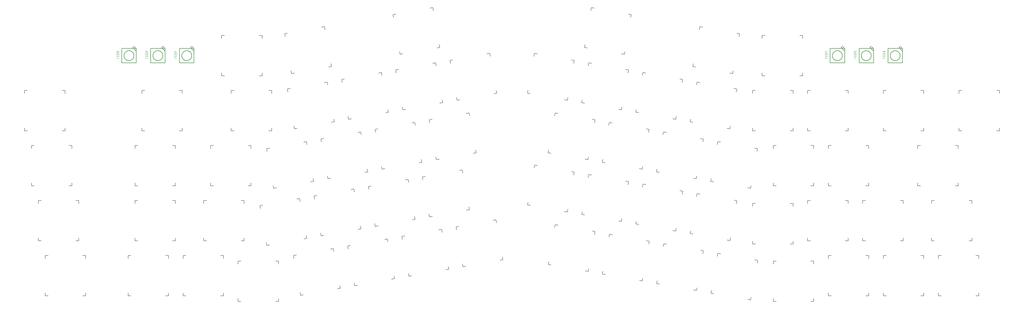
<source format=gbr>
G04 EAGLE Gerber RS-274X export*
G75*
%MOMM*%
%FSLAX34Y34*%
%LPD*%
%INSilkscreen Bottom*%
%IPPOS*%
%AMOC8*
5,1,8,0,0,1.08239X$1,22.5*%
G01*
%ADD10C,0.127000*%
%ADD11C,0.076200*%


D10*
X-117590Y310920D02*
X-117590Y320920D01*
X22410Y320920D02*
X22410Y310920D01*
X-117590Y440920D02*
X-117590Y450920D01*
X-117590Y310920D02*
X-107590Y310920D01*
X12410Y310920D02*
X22410Y310920D01*
X-107590Y450920D02*
X-117590Y450920D01*
X22410Y450920D02*
X22410Y440920D01*
X22410Y450920D02*
X12410Y450920D01*
X240540Y321000D02*
X240540Y311000D01*
X380540Y311000D02*
X380540Y321000D01*
X240540Y441000D02*
X240540Y451000D01*
X240540Y311000D02*
X250540Y311000D01*
X370540Y311000D02*
X380540Y311000D01*
X250540Y451000D02*
X240540Y451000D01*
X380540Y451000D02*
X380540Y441000D01*
X380540Y451000D02*
X370540Y451000D01*
X502520Y320970D02*
X502520Y310970D01*
X642520Y310970D02*
X642520Y320970D01*
X502520Y440970D02*
X502520Y450970D01*
X502520Y310970D02*
X512520Y310970D01*
X632520Y310970D02*
X642520Y310970D01*
X512520Y450970D02*
X502520Y450970D01*
X642520Y450970D02*
X642520Y440970D01*
X642520Y450970D02*
X632520Y450970D01*
X719302Y312166D02*
X721039Y302318D01*
X858912Y326629D02*
X857175Y336477D01*
X698465Y430343D02*
X696728Y440191D01*
X721039Y302318D02*
X730887Y304055D01*
X849064Y324892D02*
X858912Y326629D01*
X706576Y441928D02*
X696728Y440191D01*
X834601Y464502D02*
X836338Y454654D01*
X834601Y464502D02*
X824753Y462765D01*
X980379Y541438D02*
X978642Y551286D01*
X1116515Y575597D02*
X1118252Y565749D01*
X957805Y669463D02*
X956068Y679311D01*
X980379Y541438D02*
X990227Y543175D01*
X1108404Y564012D02*
X1118252Y565749D01*
X965916Y681048D02*
X956068Y679311D01*
X1093941Y703622D02*
X1095678Y693774D01*
X1093941Y703622D02*
X1084093Y701885D01*
X1166242Y584406D02*
X1167979Y574558D01*
X1305852Y598869D02*
X1304115Y608717D01*
X1145405Y702583D02*
X1143668Y712431D01*
X1167979Y574558D02*
X1177827Y576295D01*
X1296004Y597132D02*
X1305852Y598869D01*
X1153516Y714168D02*
X1143668Y712431D01*
X1281541Y736742D02*
X1283278Y726894D01*
X1281541Y736742D02*
X1271693Y735005D01*
X1282142Y411356D02*
X1283879Y401508D01*
X1421752Y425819D02*
X1420015Y435667D01*
X1261305Y529533D02*
X1259568Y539381D01*
X1283879Y401508D02*
X1293727Y403245D01*
X1411904Y424082D02*
X1421752Y425819D01*
X1269416Y541118D02*
X1259568Y539381D01*
X1397441Y563692D02*
X1399178Y553844D01*
X1397441Y563692D02*
X1387593Y561955D01*
X1672765Y435717D02*
X1671028Y425869D01*
X1808901Y401558D02*
X1810638Y411406D01*
X1693602Y553894D02*
X1695339Y563742D01*
X1671028Y425869D02*
X1680876Y424132D01*
X1799053Y403295D02*
X1808901Y401558D01*
X1705187Y562005D02*
X1695339Y563742D01*
X1833212Y539431D02*
X1831475Y529583D01*
X1833212Y539431D02*
X1823364Y541168D01*
X1860415Y402677D02*
X1858678Y392829D01*
X1996551Y368518D02*
X1998288Y378366D01*
X1881252Y520854D02*
X1882989Y530702D01*
X1858678Y392829D02*
X1868526Y391092D01*
X1986703Y370255D02*
X1996551Y368518D01*
X1892837Y528965D02*
X1882989Y530702D01*
X2020862Y506391D02*
X2019125Y496543D01*
X2020862Y506391D02*
X2011014Y508128D01*
X2048025Y369547D02*
X2046288Y359699D01*
X2184161Y335388D02*
X2185898Y345236D01*
X2068862Y487724D02*
X2070599Y497572D01*
X2046288Y359699D02*
X2056136Y357962D01*
X2174313Y337125D02*
X2184161Y335388D01*
X2080447Y495835D02*
X2070599Y497572D01*
X2208472Y473261D02*
X2206735Y463413D01*
X2208472Y473261D02*
X2198624Y474998D01*
X2235655Y336477D02*
X2233918Y326629D01*
X2371791Y302318D02*
X2373528Y312166D01*
X2256492Y454654D02*
X2258229Y464502D01*
X2233918Y326629D02*
X2243766Y324892D01*
X2361943Y304055D02*
X2371791Y302318D01*
X2268077Y462765D02*
X2258229Y464502D01*
X2396102Y440191D02*
X2394365Y430343D01*
X2396102Y440191D02*
X2386254Y441928D01*
X2450520Y321000D02*
X2450520Y311000D01*
X2590520Y311000D02*
X2590520Y321000D01*
X2450520Y441000D02*
X2450520Y451000D01*
X2450520Y311000D02*
X2460520Y311000D01*
X2580520Y311000D02*
X2590520Y311000D01*
X2460520Y451000D02*
X2450520Y451000D01*
X2590520Y451000D02*
X2590520Y441000D01*
X2590520Y451000D02*
X2580520Y451000D01*
X2641040Y321030D02*
X2641040Y311030D01*
X2781040Y311030D02*
X2781040Y321030D01*
X2641040Y441030D02*
X2641040Y451030D01*
X2641040Y311030D02*
X2651040Y311030D01*
X2771040Y311030D02*
X2781040Y311030D01*
X2651040Y451030D02*
X2641040Y451030D01*
X2781040Y451030D02*
X2781040Y441030D01*
X2781040Y451030D02*
X2771040Y451030D01*
X2950540Y320970D02*
X2950540Y310970D01*
X3090540Y310970D02*
X3090540Y320970D01*
X2950540Y440970D02*
X2950540Y450970D01*
X2950540Y310970D02*
X2960540Y310970D01*
X3080540Y310970D02*
X3090540Y310970D01*
X2960540Y450970D02*
X2950540Y450970D01*
X3090540Y450970D02*
X3090540Y440970D01*
X3090540Y450970D02*
X3080540Y450970D01*
X2998190Y130470D02*
X2998190Y120470D01*
X3138190Y120470D02*
X3138190Y130470D01*
X2998190Y250470D02*
X2998190Y260470D01*
X2998190Y120470D02*
X3008190Y120470D01*
X3128190Y120470D02*
X3138190Y120470D01*
X3008190Y260470D02*
X2998190Y260470D01*
X3138190Y260470D02*
X3138190Y250470D01*
X3138190Y260470D02*
X3128190Y260470D01*
X-141420Y501470D02*
X-141420Y511470D01*
X-1420Y511470D02*
X-1420Y501470D01*
X-141420Y631470D02*
X-141420Y641470D01*
X-141420Y501470D02*
X-131420Y501470D01*
X-11420Y501470D02*
X-1420Y501470D01*
X-131420Y641470D02*
X-141420Y641470D01*
X-1420Y641470D02*
X-1420Y631470D01*
X-1420Y641470D02*
X-11420Y641470D01*
X264420Y511470D02*
X264420Y501470D01*
X404420Y501470D02*
X404420Y511470D01*
X264420Y631470D02*
X264420Y641470D01*
X264420Y501470D02*
X274420Y501470D01*
X394420Y501470D02*
X404420Y501470D01*
X274420Y641470D02*
X264420Y641470D01*
X404420Y641470D02*
X404420Y631470D01*
X404420Y641470D02*
X394420Y641470D01*
X573940Y511450D02*
X573940Y501450D01*
X713940Y501450D02*
X713940Y511450D01*
X573940Y631450D02*
X573940Y641450D01*
X573940Y501450D02*
X583940Y501450D01*
X703940Y501450D02*
X713940Y501450D01*
X583940Y641450D02*
X573940Y641450D01*
X713940Y641450D02*
X713940Y631450D01*
X713940Y641450D02*
X703940Y641450D01*
X791032Y518186D02*
X792769Y508338D01*
X930642Y532649D02*
X928905Y542497D01*
X770195Y636363D02*
X768458Y646211D01*
X792769Y508338D02*
X802617Y510075D01*
X920794Y530912D02*
X930642Y532649D01*
X778306Y647948D02*
X768458Y646211D01*
X906331Y670522D02*
X908068Y660674D01*
X906331Y670522D02*
X896483Y668785D01*
X2172018Y724419D02*
X2173755Y734267D01*
X2311628Y709956D02*
X2309891Y700108D01*
X2194592Y852444D02*
X2196329Y862292D01*
X2172018Y724419D02*
X2181866Y722682D01*
X2300043Y701845D02*
X2309891Y700108D01*
X2206177Y860555D02*
X2196329Y862292D01*
X2334202Y837981D02*
X2332465Y828133D01*
X2334202Y837981D02*
X2324354Y839718D01*
X2412140Y702000D02*
X2412140Y692000D01*
X2552140Y692000D02*
X2552140Y702000D01*
X2412140Y822000D02*
X2412140Y832000D01*
X2412140Y692000D02*
X2422140Y692000D01*
X2542140Y692000D02*
X2552140Y692000D01*
X2422140Y832000D02*
X2412140Y832000D01*
X2552140Y832000D02*
X2552140Y822000D01*
X2552140Y832000D02*
X2542140Y832000D01*
X1353822Y617456D02*
X1355559Y607608D01*
X1493432Y631919D02*
X1491695Y641767D01*
X1332985Y735633D02*
X1331248Y745481D01*
X1355559Y607608D02*
X1365407Y609345D01*
X1483584Y630182D02*
X1493432Y631919D01*
X1341096Y747218D02*
X1331248Y745481D01*
X1469121Y769792D02*
X1470858Y759944D01*
X1469121Y769792D02*
X1459273Y768055D01*
X1601335Y641817D02*
X1599598Y631969D01*
X1737471Y607658D02*
X1739208Y617506D01*
X1622172Y759994D02*
X1623909Y769842D01*
X1599598Y631969D02*
X1609446Y630232D01*
X1727623Y609395D02*
X1737471Y607658D01*
X1633757Y768105D02*
X1623909Y769842D01*
X1761782Y745531D02*
X1760045Y735683D01*
X1761782Y745531D02*
X1751934Y747268D01*
X1788995Y608717D02*
X1787258Y598869D01*
X1925131Y574558D02*
X1926868Y584406D01*
X1809832Y726894D02*
X1811569Y736742D01*
X1787258Y598869D02*
X1797106Y597132D01*
X1915283Y576295D02*
X1925131Y574558D01*
X1821417Y735005D02*
X1811569Y736742D01*
X1949442Y712431D02*
X1947705Y702583D01*
X1949442Y712431D02*
X1939594Y714168D01*
X1976525Y575597D02*
X1974788Y565749D01*
X2112661Y541438D02*
X2114398Y551286D01*
X1997362Y693774D02*
X1999099Y703622D01*
X1974788Y565749D02*
X1984636Y564012D01*
X2102813Y543175D02*
X2112661Y541438D01*
X2008947Y701885D02*
X1999099Y703622D01*
X2136972Y679311D02*
X2135235Y669463D01*
X2136972Y679311D02*
X2127124Y681048D01*
X2164155Y542547D02*
X2162418Y532699D01*
X2300291Y508388D02*
X2302028Y518236D01*
X2184992Y660724D02*
X2186729Y670572D01*
X2162418Y532699D02*
X2172266Y530962D01*
X2290443Y510125D02*
X2300291Y508388D01*
X2196577Y668835D02*
X2186729Y670572D01*
X2324602Y646261D02*
X2322865Y636413D01*
X2324602Y646261D02*
X2314754Y647998D01*
X2379070Y511500D02*
X2379070Y501500D01*
X2519070Y501500D02*
X2519070Y511500D01*
X2379070Y631500D02*
X2379070Y641500D01*
X2379070Y501500D02*
X2389070Y501500D01*
X2509070Y501500D02*
X2519070Y501500D01*
X2389070Y641500D02*
X2379070Y641500D01*
X2519070Y641500D02*
X2519070Y631500D01*
X2519070Y641500D02*
X2509070Y641500D01*
X2569590Y511450D02*
X2569590Y501450D01*
X2709590Y501450D02*
X2709590Y511450D01*
X2569590Y631450D02*
X2569590Y641450D01*
X2569590Y501450D02*
X2579590Y501450D01*
X2699590Y501450D02*
X2709590Y501450D01*
X2579590Y641450D02*
X2569590Y641450D01*
X2709590Y641450D02*
X2709590Y631450D01*
X2709590Y641450D02*
X2699590Y641450D01*
X2831520Y511500D02*
X2831520Y501500D01*
X2971520Y501500D02*
X2971520Y511500D01*
X2831520Y631500D02*
X2831520Y641500D01*
X2831520Y501500D02*
X2841520Y501500D01*
X2961520Y501500D02*
X2971520Y501500D01*
X2841520Y641500D02*
X2831520Y641500D01*
X2971520Y641500D02*
X2971520Y631500D01*
X2971520Y641500D02*
X2961520Y641500D01*
X3093440Y511470D02*
X3093440Y501470D01*
X3233440Y501470D02*
X3233440Y511470D01*
X3093440Y631470D02*
X3093440Y641470D01*
X3093440Y501470D02*
X3103440Y501470D01*
X3223440Y501470D02*
X3233440Y501470D01*
X3103440Y641470D02*
X3093440Y641470D01*
X3233440Y641470D02*
X3233440Y631470D01*
X3233440Y641470D02*
X3223440Y641470D01*
X540900Y691970D02*
X540900Y701970D01*
X680900Y701970D02*
X680900Y691970D01*
X540900Y821970D02*
X540900Y831970D01*
X540900Y691970D02*
X550900Y691970D01*
X670900Y691970D02*
X680900Y691970D01*
X550900Y831970D02*
X540900Y831970D01*
X680900Y831970D02*
X680900Y821970D01*
X680900Y831970D02*
X670900Y831970D01*
X781432Y709986D02*
X783169Y700138D01*
X921042Y724449D02*
X919305Y734297D01*
X760595Y828163D02*
X758858Y838011D01*
X783169Y700138D02*
X793017Y701875D01*
X911194Y722712D02*
X921042Y724449D01*
X768706Y839748D02*
X758858Y838011D01*
X896731Y862322D02*
X898468Y852474D01*
X896731Y862322D02*
X886883Y860585D01*
X1156592Y776126D02*
X1158329Y766278D01*
X1296202Y790589D02*
X1294465Y800437D01*
X1135755Y894303D02*
X1134018Y904151D01*
X1158329Y766278D02*
X1168177Y768015D01*
X1286354Y788852D02*
X1296202Y790589D01*
X1143866Y905888D02*
X1134018Y904151D01*
X1271891Y928462D02*
X1273628Y918614D01*
X1271891Y928462D02*
X1262043Y926725D01*
X1798565Y800437D02*
X1796828Y790589D01*
X1934701Y766278D02*
X1936438Y776126D01*
X1819402Y918614D02*
X1821139Y928462D01*
X1796828Y790589D02*
X1806676Y788852D01*
X1924853Y768015D02*
X1934701Y766278D01*
X1830987Y926725D02*
X1821139Y928462D01*
X1959012Y904151D02*
X1957275Y894303D01*
X1959012Y904151D02*
X1949164Y905888D01*
X906932Y345266D02*
X908669Y335418D01*
X1046542Y359729D02*
X1044805Y369577D01*
X886095Y463443D02*
X884358Y473291D01*
X908669Y335418D02*
X918517Y337155D01*
X1036694Y357992D02*
X1046542Y359729D01*
X894206Y475028D02*
X884358Y473291D01*
X1022231Y497602D02*
X1023968Y487754D01*
X1022231Y497602D02*
X1012383Y495865D01*
X1094562Y378306D02*
X1096299Y368458D01*
X1234172Y392769D02*
X1232435Y402617D01*
X1073725Y496483D02*
X1071988Y506331D01*
X1096299Y368458D02*
X1106147Y370195D01*
X1224324Y391032D02*
X1234172Y392769D01*
X1081836Y508068D02*
X1071988Y506331D01*
X1209861Y530642D02*
X1211598Y520794D01*
X1209861Y530642D02*
X1200013Y528905D01*
X1258672Y213816D02*
X1260409Y203968D01*
X1398282Y228279D02*
X1396545Y238127D01*
X1237835Y331993D02*
X1236098Y341841D01*
X1260409Y203968D02*
X1270257Y205705D01*
X1388434Y226542D02*
X1398282Y228279D01*
X1245946Y343578D02*
X1236098Y341841D01*
X1373971Y366152D02*
X1375708Y356304D01*
X1373971Y366152D02*
X1364123Y364415D01*
X1601465Y254847D02*
X1599728Y244999D01*
X1737601Y220688D02*
X1739338Y230536D01*
X1622302Y373024D02*
X1624039Y382872D01*
X1599728Y244999D02*
X1609576Y243262D01*
X1727753Y222425D02*
X1737601Y220688D01*
X1633887Y381135D02*
X1624039Y382872D01*
X1761912Y358561D02*
X1760175Y348713D01*
X1761912Y358561D02*
X1752064Y360298D01*
X1789115Y221777D02*
X1787378Y211929D01*
X1925251Y187618D02*
X1926988Y197466D01*
X1809952Y339954D02*
X1811689Y349802D01*
X1787378Y211929D02*
X1797226Y210192D01*
X1915403Y189355D02*
X1925251Y187618D01*
X1821537Y348065D02*
X1811689Y349802D01*
X1949562Y325491D02*
X1947825Y315643D01*
X1949562Y325491D02*
X1939714Y327228D01*
X1976745Y188757D02*
X1975008Y178909D01*
X2112881Y154598D02*
X2114618Y164446D01*
X1997582Y306934D02*
X1999319Y316782D01*
X1975008Y178909D02*
X1984856Y177172D01*
X2103033Y156335D02*
X2112881Y154598D01*
X2009167Y315045D02*
X1999319Y316782D01*
X2137192Y292471D02*
X2135455Y282623D01*
X2137192Y292471D02*
X2127344Y294208D01*
X2164305Y155687D02*
X2162568Y145839D01*
X2300441Y121528D02*
X2302178Y131376D01*
X2185142Y273864D02*
X2186879Y283712D01*
X2162568Y145839D02*
X2172416Y144102D01*
X2290593Y123265D02*
X2300441Y121528D01*
X2196727Y281975D02*
X2186879Y283712D01*
X2324752Y259401D02*
X2323015Y249553D01*
X2324752Y259401D02*
X2314904Y261138D01*
X2379070Y119860D02*
X2379070Y109860D01*
X2519070Y109860D02*
X2519070Y119860D01*
X2379070Y239860D02*
X2379070Y249860D01*
X2379070Y109860D02*
X2389070Y109860D01*
X2509070Y109860D02*
X2519070Y109860D01*
X2389070Y249860D02*
X2379070Y249860D01*
X2519070Y249860D02*
X2519070Y239860D01*
X2519070Y249860D02*
X2509070Y249860D01*
X2569590Y130450D02*
X2569590Y120450D01*
X2709590Y120450D02*
X2709590Y130450D01*
X2569590Y250450D02*
X2569590Y260450D01*
X2569590Y120450D02*
X2579590Y120450D01*
X2699590Y120450D02*
X2709590Y120450D01*
X2579590Y260450D02*
X2569590Y260450D01*
X2709590Y260450D02*
X2709590Y250450D01*
X2709590Y260450D02*
X2699590Y260450D01*
X2760070Y130470D02*
X2760070Y120470D01*
X2900070Y120470D02*
X2900070Y130470D01*
X2760070Y250470D02*
X2760070Y260470D01*
X2760070Y120470D02*
X2770070Y120470D01*
X2890070Y120470D02*
X2900070Y120470D01*
X2770070Y260470D02*
X2760070Y260470D01*
X2900070Y260470D02*
X2900070Y250470D01*
X2900070Y260470D02*
X2890070Y260470D01*
X-93770Y130530D02*
X-93770Y120530D01*
X46230Y120530D02*
X46230Y130530D01*
X-93770Y250530D02*
X-93770Y260530D01*
X-93770Y120530D02*
X-83770Y120530D01*
X36230Y120530D02*
X46230Y120530D01*
X-83770Y260530D02*
X-93770Y260530D01*
X46230Y260530D02*
X46230Y250530D01*
X46230Y260530D02*
X36230Y260530D01*
X240590Y130500D02*
X240590Y120500D01*
X380590Y120500D02*
X380590Y130500D01*
X240590Y250500D02*
X240590Y260500D01*
X240590Y120500D02*
X250590Y120500D01*
X370590Y120500D02*
X380590Y120500D01*
X250590Y260500D02*
X240590Y260500D01*
X380590Y260500D02*
X380590Y250500D01*
X380590Y260500D02*
X370590Y260500D01*
X478690Y130470D02*
X478690Y120470D01*
X618690Y120470D02*
X618690Y130470D01*
X478690Y250470D02*
X478690Y260470D01*
X478690Y120470D02*
X488690Y120470D01*
X608690Y120470D02*
X618690Y120470D01*
X488690Y260470D02*
X478690Y260470D01*
X618690Y260470D02*
X618690Y250470D01*
X618690Y260470D02*
X608690Y260470D01*
X695762Y114586D02*
X697499Y104738D01*
X835372Y129049D02*
X833635Y138897D01*
X674925Y232763D02*
X673188Y242611D01*
X697499Y104738D02*
X707347Y106475D01*
X825524Y127312D02*
X835372Y129049D01*
X683036Y244348D02*
X673188Y242611D01*
X811061Y266922D02*
X812798Y257074D01*
X811061Y266922D02*
X801213Y265185D01*
X883342Y147626D02*
X885079Y137778D01*
X1022952Y162089D02*
X1021215Y171937D01*
X862505Y265803D02*
X860768Y275651D01*
X885079Y137778D02*
X894927Y139515D01*
X1013104Y160352D02*
X1022952Y162089D01*
X870616Y277388D02*
X860768Y275651D01*
X998641Y299962D02*
X1000378Y290114D01*
X998641Y299962D02*
X988793Y298225D01*
X1070992Y180726D02*
X1072729Y170878D01*
X1210602Y195189D02*
X1208865Y205037D01*
X1050155Y298903D02*
X1048418Y308751D01*
X1072729Y170878D02*
X1082577Y172615D01*
X1200754Y193452D02*
X1210602Y195189D01*
X1058266Y310488D02*
X1048418Y308751D01*
X1186291Y333062D02*
X1188028Y323214D01*
X1186291Y333062D02*
X1176443Y331325D01*
X1187272Y7776D02*
X1189009Y-2072D01*
X1326882Y22239D02*
X1325145Y32087D01*
X1166435Y125953D02*
X1164698Y135801D01*
X1189009Y-2072D02*
X1198857Y-335D01*
X1317034Y20502D02*
X1326882Y22239D01*
X1174546Y137538D02*
X1164698Y135801D01*
X1302571Y160112D02*
X1304308Y150264D01*
X1302571Y160112D02*
X1292723Y158375D01*
X1374902Y40846D02*
X1376639Y30998D01*
X1514512Y55309D02*
X1512775Y65157D01*
X1354065Y159023D02*
X1352328Y168871D01*
X1376639Y30998D02*
X1386487Y32735D01*
X1504664Y53572D02*
X1514512Y55309D01*
X1362176Y170608D02*
X1352328Y168871D01*
X1490201Y193182D02*
X1491938Y183334D01*
X1490201Y193182D02*
X1480353Y191445D01*
X1673275Y48777D02*
X1671538Y38929D01*
X1809411Y14618D02*
X1811148Y24466D01*
X1694112Y166954D02*
X1695849Y176802D01*
X1671538Y38929D02*
X1681386Y37192D01*
X1799563Y16355D02*
X1809411Y14618D01*
X1705697Y175065D02*
X1695849Y176802D01*
X1833722Y152491D02*
X1831985Y142643D01*
X1833722Y152491D02*
X1823874Y154228D01*
X1860875Y15677D02*
X1859138Y5829D01*
X1997011Y-18482D02*
X1998748Y-8634D01*
X1881712Y133854D02*
X1883449Y143702D01*
X1859138Y5829D02*
X1868986Y4092D01*
X1987163Y-16745D02*
X1997011Y-18482D01*
X1893297Y141965D02*
X1883449Y143702D01*
X2021322Y119391D02*
X2019585Y109543D01*
X2021322Y119391D02*
X2011474Y121128D01*
X2048455Y-17363D02*
X2046718Y-27211D01*
X2184591Y-51522D02*
X2186328Y-41674D01*
X2069292Y100814D02*
X2071029Y110662D01*
X2046718Y-27211D02*
X2056566Y-28948D01*
X2174743Y-49785D02*
X2184591Y-51522D01*
X2080877Y108925D02*
X2071029Y110662D01*
X2208902Y86351D02*
X2207165Y76503D01*
X2208902Y86351D02*
X2199054Y88088D01*
X2236135Y-50463D02*
X2234398Y-60311D01*
X2372271Y-84622D02*
X2374008Y-74774D01*
X2256972Y67714D02*
X2258709Y77562D01*
X2234398Y-60311D02*
X2244246Y-62048D01*
X2362423Y-82885D02*
X2372271Y-84622D01*
X2268557Y75825D02*
X2258709Y77562D01*
X2396582Y53251D02*
X2394845Y43403D01*
X2396582Y53251D02*
X2386734Y54988D01*
X2450520Y-79380D02*
X2450520Y-89380D01*
X2590520Y-89380D02*
X2590520Y-79380D01*
X2450520Y40620D02*
X2450520Y50620D01*
X2450520Y-89380D02*
X2460520Y-89380D01*
X2580520Y-89380D02*
X2590520Y-89380D01*
X2460520Y50620D02*
X2450520Y50620D01*
X2590520Y50620D02*
X2590520Y40620D01*
X2590520Y50620D02*
X2580520Y50620D01*
X2641040Y-59970D02*
X2641040Y-69970D01*
X2781040Y-69970D02*
X2781040Y-59970D01*
X2641040Y60030D02*
X2641040Y70030D01*
X2641040Y-69970D02*
X2651040Y-69970D01*
X2771040Y-69970D02*
X2781040Y-69970D01*
X2651040Y70030D02*
X2641040Y70030D01*
X2781040Y70030D02*
X2781040Y60030D01*
X2781040Y70030D02*
X2771040Y70030D01*
X2831520Y-60030D02*
X2831520Y-70030D01*
X2971520Y-70030D02*
X2971520Y-60030D01*
X2831520Y59970D02*
X2831520Y69970D01*
X2831520Y-70030D02*
X2841520Y-70030D01*
X2961520Y-70030D02*
X2971520Y-70030D01*
X2841520Y69970D02*
X2831520Y69970D01*
X2971520Y69970D02*
X2971520Y59970D01*
X2971520Y69970D02*
X2961520Y69970D01*
X-69970Y-60030D02*
X-69970Y-70030D01*
X70030Y-70030D02*
X70030Y-60030D01*
X-69970Y59970D02*
X-69970Y69970D01*
X-69970Y-70030D02*
X-59970Y-70030D01*
X60030Y-70030D02*
X70030Y-70030D01*
X-59970Y69970D02*
X-69970Y69970D01*
X70030Y69970D02*
X70030Y59970D01*
X70030Y69970D02*
X60030Y69970D01*
X216770Y-60030D02*
X216770Y-70030D01*
X356770Y-70030D02*
X356770Y-60030D01*
X216770Y59970D02*
X216770Y69970D01*
X216770Y-70030D02*
X226770Y-70030D01*
X346770Y-70030D02*
X356770Y-70030D01*
X226770Y69970D02*
X216770Y69970D01*
X356770Y69970D02*
X356770Y59970D01*
X356770Y69970D02*
X346770Y69970D01*
X407320Y-60000D02*
X407320Y-70000D01*
X547320Y-70000D02*
X547320Y-60000D01*
X407320Y60000D02*
X407320Y70000D01*
X407320Y-70000D02*
X417320Y-70000D01*
X537320Y-70000D02*
X547320Y-70000D01*
X417320Y70000D02*
X407320Y70000D01*
X547320Y70000D02*
X547320Y60000D01*
X547320Y70000D02*
X537320Y70000D01*
X597740Y-79430D02*
X597740Y-89430D01*
X737740Y-89430D02*
X737740Y-79430D01*
X597740Y40570D02*
X597740Y50570D01*
X597740Y-89430D02*
X607740Y-89430D01*
X727740Y-89430D02*
X737740Y-89430D01*
X607740Y50570D02*
X597740Y50570D01*
X737740Y50570D02*
X737740Y40570D01*
X737740Y50570D02*
X727740Y50570D01*
X812092Y-58394D02*
X813829Y-68242D01*
X951702Y-43931D02*
X949965Y-34083D01*
X791255Y59783D02*
X789518Y69631D01*
X813829Y-68242D02*
X823677Y-66505D01*
X941854Y-45668D02*
X951702Y-43931D01*
X799366Y71368D02*
X789518Y69631D01*
X927391Y93942D02*
X929128Y84094D01*
X927391Y93942D02*
X917543Y92205D01*
X999692Y-25274D02*
X1001429Y-35122D01*
X1139302Y-10811D02*
X1137565Y-963D01*
X978855Y92903D02*
X977118Y102751D01*
X1001429Y-35122D02*
X1011277Y-33385D01*
X1129454Y-12548D02*
X1139302Y-10811D01*
X986966Y104488D02*
X977118Y102751D01*
X1114991Y127062D02*
X1116728Y117214D01*
X1114991Y127062D02*
X1105143Y125325D01*
X3022044Y-60076D02*
X3022044Y-70076D01*
X3162044Y-70076D02*
X3162044Y-60076D01*
X3022044Y59924D02*
X3022044Y69924D01*
X3022044Y-70076D02*
X3032044Y-70076D01*
X3152044Y-70076D02*
X3162044Y-70076D01*
X3032044Y69924D02*
X3022044Y69924D01*
X3162044Y69924D02*
X3162044Y59924D01*
X3162044Y69924D02*
X3152044Y69924D01*
X2697500Y737000D02*
X2647500Y737000D01*
X2697500Y737000D02*
X2697500Y778000D01*
X2697500Y787000D01*
X2688500Y787000D01*
X2647500Y787000D01*
X2647500Y737000D01*
X2697500Y778000D02*
X2688500Y787000D01*
X2685500Y790000D01*
X2689500Y794000D01*
X2697500Y787000D01*
X2655295Y762000D02*
X2655300Y762422D01*
X2655316Y762844D01*
X2655342Y763266D01*
X2655378Y763686D01*
X2655424Y764106D01*
X2655481Y764524D01*
X2655548Y764941D01*
X2655626Y765357D01*
X2655713Y765770D01*
X2655811Y766180D01*
X2655918Y766589D01*
X2656036Y766994D01*
X2656163Y767397D01*
X2656301Y767796D01*
X2656448Y768192D01*
X2656605Y768584D01*
X2656771Y768972D01*
X2656947Y769356D01*
X2657132Y769736D01*
X2657327Y770110D01*
X2657530Y770480D01*
X2657743Y770845D01*
X2657964Y771205D01*
X2658195Y771559D01*
X2658433Y771907D01*
X2658681Y772249D01*
X2658936Y772585D01*
X2659200Y772915D01*
X2659472Y773238D01*
X2659752Y773554D01*
X2660039Y773864D01*
X2660334Y774166D01*
X2660636Y774461D01*
X2660946Y774748D01*
X2661262Y775028D01*
X2661585Y775300D01*
X2661915Y775564D01*
X2662251Y775819D01*
X2662593Y776067D01*
X2662941Y776305D01*
X2663295Y776536D01*
X2663655Y776757D01*
X2664020Y776970D01*
X2664390Y777173D01*
X2664764Y777368D01*
X2665144Y777553D01*
X2665528Y777729D01*
X2665916Y777895D01*
X2666308Y778052D01*
X2666704Y778199D01*
X2667103Y778337D01*
X2667506Y778464D01*
X2667911Y778582D01*
X2668320Y778689D01*
X2668730Y778787D01*
X2669143Y778874D01*
X2669559Y778952D01*
X2669976Y779019D01*
X2670394Y779076D01*
X2670814Y779122D01*
X2671234Y779158D01*
X2671656Y779184D01*
X2672078Y779200D01*
X2672500Y779205D01*
X2672922Y779200D01*
X2673344Y779184D01*
X2673766Y779158D01*
X2674186Y779122D01*
X2674606Y779076D01*
X2675024Y779019D01*
X2675441Y778952D01*
X2675857Y778874D01*
X2676270Y778787D01*
X2676680Y778689D01*
X2677089Y778582D01*
X2677494Y778464D01*
X2677897Y778337D01*
X2678296Y778199D01*
X2678692Y778052D01*
X2679084Y777895D01*
X2679472Y777729D01*
X2679856Y777553D01*
X2680236Y777368D01*
X2680610Y777173D01*
X2680980Y776970D01*
X2681345Y776757D01*
X2681705Y776536D01*
X2682059Y776305D01*
X2682407Y776067D01*
X2682749Y775819D01*
X2683085Y775564D01*
X2683415Y775300D01*
X2683738Y775028D01*
X2684054Y774748D01*
X2684364Y774461D01*
X2684666Y774166D01*
X2684961Y773864D01*
X2685248Y773554D01*
X2685528Y773238D01*
X2685800Y772915D01*
X2686064Y772585D01*
X2686319Y772249D01*
X2686567Y771907D01*
X2686805Y771559D01*
X2687036Y771205D01*
X2687257Y770845D01*
X2687470Y770480D01*
X2687673Y770110D01*
X2687868Y769736D01*
X2688053Y769356D01*
X2688229Y768972D01*
X2688395Y768584D01*
X2688552Y768192D01*
X2688699Y767796D01*
X2688837Y767397D01*
X2688964Y766994D01*
X2689082Y766589D01*
X2689189Y766180D01*
X2689287Y765770D01*
X2689374Y765357D01*
X2689452Y764941D01*
X2689519Y764524D01*
X2689576Y764106D01*
X2689622Y763686D01*
X2689658Y763266D01*
X2689684Y762844D01*
X2689700Y762422D01*
X2689705Y762000D01*
X2689700Y761578D01*
X2689684Y761156D01*
X2689658Y760734D01*
X2689622Y760314D01*
X2689576Y759894D01*
X2689519Y759476D01*
X2689452Y759059D01*
X2689374Y758643D01*
X2689287Y758230D01*
X2689189Y757820D01*
X2689082Y757411D01*
X2688964Y757006D01*
X2688837Y756603D01*
X2688699Y756204D01*
X2688552Y755808D01*
X2688395Y755416D01*
X2688229Y755028D01*
X2688053Y754644D01*
X2687868Y754264D01*
X2687673Y753890D01*
X2687470Y753520D01*
X2687257Y753155D01*
X2687036Y752795D01*
X2686805Y752441D01*
X2686567Y752093D01*
X2686319Y751751D01*
X2686064Y751415D01*
X2685800Y751085D01*
X2685528Y750762D01*
X2685248Y750446D01*
X2684961Y750136D01*
X2684666Y749834D01*
X2684364Y749539D01*
X2684054Y749252D01*
X2683738Y748972D01*
X2683415Y748700D01*
X2683085Y748436D01*
X2682749Y748181D01*
X2682407Y747933D01*
X2682059Y747695D01*
X2681705Y747464D01*
X2681345Y747243D01*
X2680980Y747030D01*
X2680610Y746827D01*
X2680236Y746632D01*
X2679856Y746447D01*
X2679472Y746271D01*
X2679084Y746105D01*
X2678692Y745948D01*
X2678296Y745801D01*
X2677897Y745663D01*
X2677494Y745536D01*
X2677089Y745418D01*
X2676680Y745311D01*
X2676270Y745213D01*
X2675857Y745126D01*
X2675441Y745048D01*
X2675024Y744981D01*
X2674606Y744924D01*
X2674186Y744878D01*
X2673766Y744842D01*
X2673344Y744816D01*
X2672922Y744800D01*
X2672500Y744795D01*
X2672078Y744800D01*
X2671656Y744816D01*
X2671234Y744842D01*
X2670814Y744878D01*
X2670394Y744924D01*
X2669976Y744981D01*
X2669559Y745048D01*
X2669143Y745126D01*
X2668730Y745213D01*
X2668320Y745311D01*
X2667911Y745418D01*
X2667506Y745536D01*
X2667103Y745663D01*
X2666704Y745801D01*
X2666308Y745948D01*
X2665916Y746105D01*
X2665528Y746271D01*
X2665144Y746447D01*
X2664764Y746632D01*
X2664390Y746827D01*
X2664020Y747030D01*
X2663655Y747243D01*
X2663295Y747464D01*
X2662941Y747695D01*
X2662593Y747933D01*
X2662251Y748181D01*
X2661915Y748436D01*
X2661585Y748700D01*
X2661262Y748972D01*
X2660946Y749252D01*
X2660636Y749539D01*
X2660334Y749834D01*
X2660039Y750136D01*
X2659752Y750446D01*
X2659472Y750762D01*
X2659200Y751085D01*
X2658936Y751415D01*
X2658681Y751751D01*
X2658433Y752093D01*
X2658195Y752441D01*
X2657964Y752795D01*
X2657743Y753155D01*
X2657530Y753520D01*
X2657327Y753890D01*
X2657132Y754264D01*
X2656947Y754644D01*
X2656771Y755028D01*
X2656605Y755416D01*
X2656448Y755808D01*
X2656301Y756204D01*
X2656163Y756603D01*
X2656036Y757006D01*
X2655918Y757411D01*
X2655811Y757820D01*
X2655713Y758230D01*
X2655626Y758643D01*
X2655548Y759059D01*
X2655481Y759476D01*
X2655424Y759894D01*
X2655378Y760314D01*
X2655342Y760734D01*
X2655316Y761156D01*
X2655300Y761578D01*
X2655295Y762000D01*
D11*
X2637194Y753179D02*
X2629828Y753179D01*
X2629828Y756453D01*
X2629828Y759519D02*
X2629828Y762792D01*
X2629828Y759519D02*
X2637194Y759519D01*
X2637194Y762792D01*
X2633920Y761974D02*
X2633920Y759519D01*
X2637194Y765843D02*
X2629828Y765843D01*
X2637194Y765843D02*
X2637194Y767889D01*
X2637192Y767978D01*
X2637186Y768067D01*
X2637176Y768156D01*
X2637163Y768244D01*
X2637146Y768332D01*
X2637124Y768419D01*
X2637099Y768504D01*
X2637071Y768589D01*
X2637038Y768672D01*
X2637002Y768754D01*
X2636963Y768834D01*
X2636920Y768912D01*
X2636874Y768988D01*
X2636824Y769063D01*
X2636771Y769135D01*
X2636715Y769204D01*
X2636656Y769271D01*
X2636595Y769336D01*
X2636530Y769397D01*
X2636463Y769456D01*
X2636394Y769512D01*
X2636322Y769565D01*
X2636247Y769615D01*
X2636171Y769661D01*
X2636093Y769704D01*
X2636013Y769743D01*
X2635931Y769779D01*
X2635848Y769812D01*
X2635763Y769840D01*
X2635678Y769865D01*
X2635591Y769887D01*
X2635503Y769904D01*
X2635415Y769917D01*
X2635326Y769927D01*
X2635237Y769933D01*
X2635148Y769935D01*
X2631874Y769935D01*
X2631785Y769933D01*
X2631696Y769927D01*
X2631607Y769917D01*
X2631519Y769904D01*
X2631431Y769887D01*
X2631344Y769865D01*
X2631259Y769840D01*
X2631174Y769812D01*
X2631091Y769779D01*
X2631009Y769743D01*
X2630929Y769704D01*
X2630851Y769661D01*
X2630775Y769615D01*
X2630700Y769565D01*
X2630628Y769512D01*
X2630559Y769456D01*
X2630492Y769397D01*
X2630427Y769336D01*
X2630366Y769271D01*
X2630307Y769204D01*
X2630251Y769135D01*
X2630198Y769063D01*
X2630148Y768988D01*
X2630102Y768912D01*
X2630059Y768834D01*
X2630020Y768754D01*
X2629984Y768672D01*
X2629951Y768589D01*
X2629923Y768504D01*
X2629898Y768419D01*
X2629876Y768332D01*
X2629859Y768244D01*
X2629846Y768156D01*
X2629836Y768067D01*
X2629830Y767978D01*
X2629828Y767889D01*
X2629828Y765843D01*
X2635557Y773402D02*
X2637194Y775448D01*
X2629828Y775448D01*
X2629828Y773402D02*
X2629828Y777494D01*
D10*
X2747500Y737000D02*
X2797500Y737000D01*
X2797500Y778000D01*
X2797500Y787000D01*
X2788500Y787000D01*
X2747500Y787000D01*
X2747500Y737000D01*
X2797500Y778000D02*
X2788500Y787000D01*
X2785500Y790000D01*
X2789500Y794000D01*
X2797500Y787000D01*
X2755295Y762000D02*
X2755300Y762422D01*
X2755316Y762844D01*
X2755342Y763266D01*
X2755378Y763686D01*
X2755424Y764106D01*
X2755481Y764524D01*
X2755548Y764941D01*
X2755626Y765357D01*
X2755713Y765770D01*
X2755811Y766180D01*
X2755918Y766589D01*
X2756036Y766994D01*
X2756163Y767397D01*
X2756301Y767796D01*
X2756448Y768192D01*
X2756605Y768584D01*
X2756771Y768972D01*
X2756947Y769356D01*
X2757132Y769736D01*
X2757327Y770110D01*
X2757530Y770480D01*
X2757743Y770845D01*
X2757964Y771205D01*
X2758195Y771559D01*
X2758433Y771907D01*
X2758681Y772249D01*
X2758936Y772585D01*
X2759200Y772915D01*
X2759472Y773238D01*
X2759752Y773554D01*
X2760039Y773864D01*
X2760334Y774166D01*
X2760636Y774461D01*
X2760946Y774748D01*
X2761262Y775028D01*
X2761585Y775300D01*
X2761915Y775564D01*
X2762251Y775819D01*
X2762593Y776067D01*
X2762941Y776305D01*
X2763295Y776536D01*
X2763655Y776757D01*
X2764020Y776970D01*
X2764390Y777173D01*
X2764764Y777368D01*
X2765144Y777553D01*
X2765528Y777729D01*
X2765916Y777895D01*
X2766308Y778052D01*
X2766704Y778199D01*
X2767103Y778337D01*
X2767506Y778464D01*
X2767911Y778582D01*
X2768320Y778689D01*
X2768730Y778787D01*
X2769143Y778874D01*
X2769559Y778952D01*
X2769976Y779019D01*
X2770394Y779076D01*
X2770814Y779122D01*
X2771234Y779158D01*
X2771656Y779184D01*
X2772078Y779200D01*
X2772500Y779205D01*
X2772922Y779200D01*
X2773344Y779184D01*
X2773766Y779158D01*
X2774186Y779122D01*
X2774606Y779076D01*
X2775024Y779019D01*
X2775441Y778952D01*
X2775857Y778874D01*
X2776270Y778787D01*
X2776680Y778689D01*
X2777089Y778582D01*
X2777494Y778464D01*
X2777897Y778337D01*
X2778296Y778199D01*
X2778692Y778052D01*
X2779084Y777895D01*
X2779472Y777729D01*
X2779856Y777553D01*
X2780236Y777368D01*
X2780610Y777173D01*
X2780980Y776970D01*
X2781345Y776757D01*
X2781705Y776536D01*
X2782059Y776305D01*
X2782407Y776067D01*
X2782749Y775819D01*
X2783085Y775564D01*
X2783415Y775300D01*
X2783738Y775028D01*
X2784054Y774748D01*
X2784364Y774461D01*
X2784666Y774166D01*
X2784961Y773864D01*
X2785248Y773554D01*
X2785528Y773238D01*
X2785800Y772915D01*
X2786064Y772585D01*
X2786319Y772249D01*
X2786567Y771907D01*
X2786805Y771559D01*
X2787036Y771205D01*
X2787257Y770845D01*
X2787470Y770480D01*
X2787673Y770110D01*
X2787868Y769736D01*
X2788053Y769356D01*
X2788229Y768972D01*
X2788395Y768584D01*
X2788552Y768192D01*
X2788699Y767796D01*
X2788837Y767397D01*
X2788964Y766994D01*
X2789082Y766589D01*
X2789189Y766180D01*
X2789287Y765770D01*
X2789374Y765357D01*
X2789452Y764941D01*
X2789519Y764524D01*
X2789576Y764106D01*
X2789622Y763686D01*
X2789658Y763266D01*
X2789684Y762844D01*
X2789700Y762422D01*
X2789705Y762000D01*
X2789700Y761578D01*
X2789684Y761156D01*
X2789658Y760734D01*
X2789622Y760314D01*
X2789576Y759894D01*
X2789519Y759476D01*
X2789452Y759059D01*
X2789374Y758643D01*
X2789287Y758230D01*
X2789189Y757820D01*
X2789082Y757411D01*
X2788964Y757006D01*
X2788837Y756603D01*
X2788699Y756204D01*
X2788552Y755808D01*
X2788395Y755416D01*
X2788229Y755028D01*
X2788053Y754644D01*
X2787868Y754264D01*
X2787673Y753890D01*
X2787470Y753520D01*
X2787257Y753155D01*
X2787036Y752795D01*
X2786805Y752441D01*
X2786567Y752093D01*
X2786319Y751751D01*
X2786064Y751415D01*
X2785800Y751085D01*
X2785528Y750762D01*
X2785248Y750446D01*
X2784961Y750136D01*
X2784666Y749834D01*
X2784364Y749539D01*
X2784054Y749252D01*
X2783738Y748972D01*
X2783415Y748700D01*
X2783085Y748436D01*
X2782749Y748181D01*
X2782407Y747933D01*
X2782059Y747695D01*
X2781705Y747464D01*
X2781345Y747243D01*
X2780980Y747030D01*
X2780610Y746827D01*
X2780236Y746632D01*
X2779856Y746447D01*
X2779472Y746271D01*
X2779084Y746105D01*
X2778692Y745948D01*
X2778296Y745801D01*
X2777897Y745663D01*
X2777494Y745536D01*
X2777089Y745418D01*
X2776680Y745311D01*
X2776270Y745213D01*
X2775857Y745126D01*
X2775441Y745048D01*
X2775024Y744981D01*
X2774606Y744924D01*
X2774186Y744878D01*
X2773766Y744842D01*
X2773344Y744816D01*
X2772922Y744800D01*
X2772500Y744795D01*
X2772078Y744800D01*
X2771656Y744816D01*
X2771234Y744842D01*
X2770814Y744878D01*
X2770394Y744924D01*
X2769976Y744981D01*
X2769559Y745048D01*
X2769143Y745126D01*
X2768730Y745213D01*
X2768320Y745311D01*
X2767911Y745418D01*
X2767506Y745536D01*
X2767103Y745663D01*
X2766704Y745801D01*
X2766308Y745948D01*
X2765916Y746105D01*
X2765528Y746271D01*
X2765144Y746447D01*
X2764764Y746632D01*
X2764390Y746827D01*
X2764020Y747030D01*
X2763655Y747243D01*
X2763295Y747464D01*
X2762941Y747695D01*
X2762593Y747933D01*
X2762251Y748181D01*
X2761915Y748436D01*
X2761585Y748700D01*
X2761262Y748972D01*
X2760946Y749252D01*
X2760636Y749539D01*
X2760334Y749834D01*
X2760039Y750136D01*
X2759752Y750446D01*
X2759472Y750762D01*
X2759200Y751085D01*
X2758936Y751415D01*
X2758681Y751751D01*
X2758433Y752093D01*
X2758195Y752441D01*
X2757964Y752795D01*
X2757743Y753155D01*
X2757530Y753520D01*
X2757327Y753890D01*
X2757132Y754264D01*
X2756947Y754644D01*
X2756771Y755028D01*
X2756605Y755416D01*
X2756448Y755808D01*
X2756301Y756204D01*
X2756163Y756603D01*
X2756036Y757006D01*
X2755918Y757411D01*
X2755811Y757820D01*
X2755713Y758230D01*
X2755626Y758643D01*
X2755548Y759059D01*
X2755481Y759476D01*
X2755424Y759894D01*
X2755378Y760314D01*
X2755342Y760734D01*
X2755316Y761156D01*
X2755300Y761578D01*
X2755295Y762000D01*
D11*
X2737194Y753179D02*
X2729828Y753179D01*
X2729828Y756453D01*
X2729828Y759519D02*
X2729828Y762792D01*
X2729828Y759519D02*
X2737194Y759519D01*
X2737194Y762792D01*
X2733920Y761974D02*
X2733920Y759519D01*
X2737194Y765843D02*
X2729828Y765843D01*
X2737194Y765843D02*
X2737194Y767889D01*
X2737192Y767978D01*
X2737186Y768067D01*
X2737176Y768156D01*
X2737163Y768244D01*
X2737146Y768332D01*
X2737124Y768419D01*
X2737099Y768504D01*
X2737071Y768589D01*
X2737038Y768672D01*
X2737002Y768754D01*
X2736963Y768834D01*
X2736920Y768912D01*
X2736874Y768988D01*
X2736824Y769063D01*
X2736771Y769135D01*
X2736715Y769204D01*
X2736656Y769271D01*
X2736595Y769336D01*
X2736530Y769397D01*
X2736463Y769456D01*
X2736394Y769512D01*
X2736322Y769565D01*
X2736247Y769615D01*
X2736171Y769661D01*
X2736093Y769704D01*
X2736013Y769743D01*
X2735931Y769779D01*
X2735848Y769812D01*
X2735763Y769840D01*
X2735678Y769865D01*
X2735591Y769887D01*
X2735503Y769904D01*
X2735415Y769917D01*
X2735326Y769927D01*
X2735237Y769933D01*
X2735148Y769935D01*
X2731874Y769935D01*
X2731785Y769933D01*
X2731696Y769927D01*
X2731607Y769917D01*
X2731519Y769904D01*
X2731431Y769887D01*
X2731344Y769865D01*
X2731259Y769840D01*
X2731174Y769812D01*
X2731091Y769779D01*
X2731009Y769743D01*
X2730929Y769704D01*
X2730851Y769661D01*
X2730775Y769615D01*
X2730700Y769565D01*
X2730628Y769512D01*
X2730559Y769456D01*
X2730492Y769397D01*
X2730427Y769336D01*
X2730366Y769271D01*
X2730307Y769204D01*
X2730251Y769135D01*
X2730198Y769063D01*
X2730148Y768988D01*
X2730102Y768912D01*
X2730059Y768834D01*
X2730020Y768754D01*
X2729984Y768672D01*
X2729951Y768589D01*
X2729923Y768504D01*
X2729898Y768419D01*
X2729876Y768332D01*
X2729859Y768244D01*
X2729846Y768156D01*
X2729836Y768067D01*
X2729830Y767978D01*
X2729828Y767889D01*
X2729828Y765843D01*
X2737195Y775653D02*
X2737193Y775738D01*
X2737187Y775823D01*
X2737177Y775907D01*
X2737164Y775991D01*
X2737146Y776075D01*
X2737125Y776157D01*
X2737100Y776238D01*
X2737071Y776318D01*
X2737038Y776397D01*
X2737002Y776474D01*
X2736962Y776549D01*
X2736919Y776623D01*
X2736873Y776694D01*
X2736823Y776763D01*
X2736770Y776830D01*
X2736714Y776894D01*
X2736655Y776955D01*
X2736594Y777014D01*
X2736530Y777070D01*
X2736463Y777123D01*
X2736394Y777173D01*
X2736323Y777219D01*
X2736249Y777262D01*
X2736174Y777302D01*
X2736097Y777338D01*
X2736018Y777371D01*
X2735938Y777400D01*
X2735857Y777425D01*
X2735775Y777446D01*
X2735691Y777464D01*
X2735607Y777477D01*
X2735523Y777487D01*
X2735438Y777493D01*
X2735353Y777495D01*
X2737194Y775653D02*
X2737192Y775557D01*
X2737186Y775461D01*
X2737176Y775366D01*
X2737163Y775271D01*
X2737145Y775176D01*
X2737124Y775083D01*
X2737099Y774990D01*
X2737070Y774899D01*
X2737038Y774808D01*
X2737002Y774719D01*
X2736962Y774632D01*
X2736919Y774546D01*
X2736873Y774462D01*
X2736823Y774380D01*
X2736769Y774300D01*
X2736713Y774223D01*
X2736653Y774148D01*
X2736591Y774075D01*
X2736525Y774005D01*
X2736457Y773937D01*
X2736386Y773872D01*
X2736313Y773811D01*
X2736237Y773752D01*
X2736158Y773696D01*
X2736078Y773644D01*
X2735995Y773595D01*
X2735911Y773549D01*
X2735825Y773507D01*
X2735737Y773469D01*
X2735648Y773434D01*
X2735557Y773402D01*
X2733921Y776880D02*
X2733980Y776940D01*
X2734042Y776997D01*
X2734106Y777052D01*
X2734173Y777103D01*
X2734242Y777152D01*
X2734312Y777198D01*
X2734385Y777241D01*
X2734459Y777281D01*
X2734535Y777317D01*
X2734613Y777350D01*
X2734692Y777380D01*
X2734772Y777407D01*
X2734853Y777430D01*
X2734935Y777449D01*
X2735017Y777465D01*
X2735101Y777478D01*
X2735185Y777487D01*
X2735269Y777492D01*
X2735353Y777494D01*
X2733920Y776880D02*
X2729828Y773402D01*
X2729828Y777494D01*
D10*
X2847500Y737000D02*
X2897500Y737000D01*
X2897500Y778000D01*
X2897500Y787000D01*
X2888500Y787000D01*
X2847500Y787000D01*
X2847500Y737000D01*
X2897500Y778000D02*
X2888500Y787000D01*
X2885500Y790000D01*
X2889500Y794000D01*
X2897500Y787000D01*
X2855295Y762000D02*
X2855300Y762422D01*
X2855316Y762844D01*
X2855342Y763266D01*
X2855378Y763686D01*
X2855424Y764106D01*
X2855481Y764524D01*
X2855548Y764941D01*
X2855626Y765357D01*
X2855713Y765770D01*
X2855811Y766180D01*
X2855918Y766589D01*
X2856036Y766994D01*
X2856163Y767397D01*
X2856301Y767796D01*
X2856448Y768192D01*
X2856605Y768584D01*
X2856771Y768972D01*
X2856947Y769356D01*
X2857132Y769736D01*
X2857327Y770110D01*
X2857530Y770480D01*
X2857743Y770845D01*
X2857964Y771205D01*
X2858195Y771559D01*
X2858433Y771907D01*
X2858681Y772249D01*
X2858936Y772585D01*
X2859200Y772915D01*
X2859472Y773238D01*
X2859752Y773554D01*
X2860039Y773864D01*
X2860334Y774166D01*
X2860636Y774461D01*
X2860946Y774748D01*
X2861262Y775028D01*
X2861585Y775300D01*
X2861915Y775564D01*
X2862251Y775819D01*
X2862593Y776067D01*
X2862941Y776305D01*
X2863295Y776536D01*
X2863655Y776757D01*
X2864020Y776970D01*
X2864390Y777173D01*
X2864764Y777368D01*
X2865144Y777553D01*
X2865528Y777729D01*
X2865916Y777895D01*
X2866308Y778052D01*
X2866704Y778199D01*
X2867103Y778337D01*
X2867506Y778464D01*
X2867911Y778582D01*
X2868320Y778689D01*
X2868730Y778787D01*
X2869143Y778874D01*
X2869559Y778952D01*
X2869976Y779019D01*
X2870394Y779076D01*
X2870814Y779122D01*
X2871234Y779158D01*
X2871656Y779184D01*
X2872078Y779200D01*
X2872500Y779205D01*
X2872922Y779200D01*
X2873344Y779184D01*
X2873766Y779158D01*
X2874186Y779122D01*
X2874606Y779076D01*
X2875024Y779019D01*
X2875441Y778952D01*
X2875857Y778874D01*
X2876270Y778787D01*
X2876680Y778689D01*
X2877089Y778582D01*
X2877494Y778464D01*
X2877897Y778337D01*
X2878296Y778199D01*
X2878692Y778052D01*
X2879084Y777895D01*
X2879472Y777729D01*
X2879856Y777553D01*
X2880236Y777368D01*
X2880610Y777173D01*
X2880980Y776970D01*
X2881345Y776757D01*
X2881705Y776536D01*
X2882059Y776305D01*
X2882407Y776067D01*
X2882749Y775819D01*
X2883085Y775564D01*
X2883415Y775300D01*
X2883738Y775028D01*
X2884054Y774748D01*
X2884364Y774461D01*
X2884666Y774166D01*
X2884961Y773864D01*
X2885248Y773554D01*
X2885528Y773238D01*
X2885800Y772915D01*
X2886064Y772585D01*
X2886319Y772249D01*
X2886567Y771907D01*
X2886805Y771559D01*
X2887036Y771205D01*
X2887257Y770845D01*
X2887470Y770480D01*
X2887673Y770110D01*
X2887868Y769736D01*
X2888053Y769356D01*
X2888229Y768972D01*
X2888395Y768584D01*
X2888552Y768192D01*
X2888699Y767796D01*
X2888837Y767397D01*
X2888964Y766994D01*
X2889082Y766589D01*
X2889189Y766180D01*
X2889287Y765770D01*
X2889374Y765357D01*
X2889452Y764941D01*
X2889519Y764524D01*
X2889576Y764106D01*
X2889622Y763686D01*
X2889658Y763266D01*
X2889684Y762844D01*
X2889700Y762422D01*
X2889705Y762000D01*
X2889700Y761578D01*
X2889684Y761156D01*
X2889658Y760734D01*
X2889622Y760314D01*
X2889576Y759894D01*
X2889519Y759476D01*
X2889452Y759059D01*
X2889374Y758643D01*
X2889287Y758230D01*
X2889189Y757820D01*
X2889082Y757411D01*
X2888964Y757006D01*
X2888837Y756603D01*
X2888699Y756204D01*
X2888552Y755808D01*
X2888395Y755416D01*
X2888229Y755028D01*
X2888053Y754644D01*
X2887868Y754264D01*
X2887673Y753890D01*
X2887470Y753520D01*
X2887257Y753155D01*
X2887036Y752795D01*
X2886805Y752441D01*
X2886567Y752093D01*
X2886319Y751751D01*
X2886064Y751415D01*
X2885800Y751085D01*
X2885528Y750762D01*
X2885248Y750446D01*
X2884961Y750136D01*
X2884666Y749834D01*
X2884364Y749539D01*
X2884054Y749252D01*
X2883738Y748972D01*
X2883415Y748700D01*
X2883085Y748436D01*
X2882749Y748181D01*
X2882407Y747933D01*
X2882059Y747695D01*
X2881705Y747464D01*
X2881345Y747243D01*
X2880980Y747030D01*
X2880610Y746827D01*
X2880236Y746632D01*
X2879856Y746447D01*
X2879472Y746271D01*
X2879084Y746105D01*
X2878692Y745948D01*
X2878296Y745801D01*
X2877897Y745663D01*
X2877494Y745536D01*
X2877089Y745418D01*
X2876680Y745311D01*
X2876270Y745213D01*
X2875857Y745126D01*
X2875441Y745048D01*
X2875024Y744981D01*
X2874606Y744924D01*
X2874186Y744878D01*
X2873766Y744842D01*
X2873344Y744816D01*
X2872922Y744800D01*
X2872500Y744795D01*
X2872078Y744800D01*
X2871656Y744816D01*
X2871234Y744842D01*
X2870814Y744878D01*
X2870394Y744924D01*
X2869976Y744981D01*
X2869559Y745048D01*
X2869143Y745126D01*
X2868730Y745213D01*
X2868320Y745311D01*
X2867911Y745418D01*
X2867506Y745536D01*
X2867103Y745663D01*
X2866704Y745801D01*
X2866308Y745948D01*
X2865916Y746105D01*
X2865528Y746271D01*
X2865144Y746447D01*
X2864764Y746632D01*
X2864390Y746827D01*
X2864020Y747030D01*
X2863655Y747243D01*
X2863295Y747464D01*
X2862941Y747695D01*
X2862593Y747933D01*
X2862251Y748181D01*
X2861915Y748436D01*
X2861585Y748700D01*
X2861262Y748972D01*
X2860946Y749252D01*
X2860636Y749539D01*
X2860334Y749834D01*
X2860039Y750136D01*
X2859752Y750446D01*
X2859472Y750762D01*
X2859200Y751085D01*
X2858936Y751415D01*
X2858681Y751751D01*
X2858433Y752093D01*
X2858195Y752441D01*
X2857964Y752795D01*
X2857743Y753155D01*
X2857530Y753520D01*
X2857327Y753890D01*
X2857132Y754264D01*
X2856947Y754644D01*
X2856771Y755028D01*
X2856605Y755416D01*
X2856448Y755808D01*
X2856301Y756204D01*
X2856163Y756603D01*
X2856036Y757006D01*
X2855918Y757411D01*
X2855811Y757820D01*
X2855713Y758230D01*
X2855626Y758643D01*
X2855548Y759059D01*
X2855481Y759476D01*
X2855424Y759894D01*
X2855378Y760314D01*
X2855342Y760734D01*
X2855316Y761156D01*
X2855300Y761578D01*
X2855295Y762000D01*
D11*
X2837194Y753179D02*
X2829828Y753179D01*
X2829828Y756453D01*
X2829828Y759519D02*
X2829828Y762792D01*
X2829828Y759519D02*
X2837194Y759519D01*
X2837194Y762792D01*
X2833920Y761974D02*
X2833920Y759519D01*
X2837194Y765843D02*
X2829828Y765843D01*
X2837194Y765843D02*
X2837194Y767889D01*
X2837192Y767978D01*
X2837186Y768067D01*
X2837176Y768156D01*
X2837163Y768244D01*
X2837146Y768332D01*
X2837124Y768419D01*
X2837099Y768504D01*
X2837071Y768589D01*
X2837038Y768672D01*
X2837002Y768754D01*
X2836963Y768834D01*
X2836920Y768912D01*
X2836874Y768988D01*
X2836824Y769063D01*
X2836771Y769135D01*
X2836715Y769204D01*
X2836656Y769271D01*
X2836595Y769336D01*
X2836530Y769397D01*
X2836463Y769456D01*
X2836394Y769512D01*
X2836322Y769565D01*
X2836247Y769615D01*
X2836171Y769661D01*
X2836093Y769704D01*
X2836013Y769743D01*
X2835931Y769779D01*
X2835848Y769812D01*
X2835763Y769840D01*
X2835678Y769865D01*
X2835591Y769887D01*
X2835503Y769904D01*
X2835415Y769917D01*
X2835326Y769927D01*
X2835237Y769933D01*
X2835148Y769935D01*
X2831874Y769935D01*
X2831785Y769933D01*
X2831696Y769927D01*
X2831607Y769917D01*
X2831519Y769904D01*
X2831431Y769887D01*
X2831344Y769865D01*
X2831259Y769840D01*
X2831174Y769812D01*
X2831091Y769779D01*
X2831009Y769743D01*
X2830929Y769704D01*
X2830851Y769661D01*
X2830775Y769615D01*
X2830700Y769565D01*
X2830628Y769512D01*
X2830559Y769456D01*
X2830492Y769397D01*
X2830427Y769336D01*
X2830366Y769271D01*
X2830307Y769204D01*
X2830251Y769135D01*
X2830198Y769063D01*
X2830148Y768988D01*
X2830102Y768912D01*
X2830059Y768834D01*
X2830020Y768754D01*
X2829984Y768672D01*
X2829951Y768589D01*
X2829923Y768504D01*
X2829898Y768419D01*
X2829876Y768332D01*
X2829859Y768244D01*
X2829846Y768156D01*
X2829836Y768067D01*
X2829830Y767978D01*
X2829828Y767889D01*
X2829828Y765843D01*
X2829828Y773402D02*
X2829828Y775448D01*
X2829830Y775537D01*
X2829836Y775626D01*
X2829846Y775715D01*
X2829859Y775803D01*
X2829876Y775891D01*
X2829898Y775978D01*
X2829923Y776063D01*
X2829951Y776148D01*
X2829984Y776231D01*
X2830020Y776313D01*
X2830059Y776393D01*
X2830102Y776471D01*
X2830148Y776547D01*
X2830198Y776622D01*
X2830251Y776694D01*
X2830307Y776763D01*
X2830366Y776830D01*
X2830427Y776895D01*
X2830492Y776956D01*
X2830559Y777015D01*
X2830628Y777071D01*
X2830700Y777124D01*
X2830775Y777174D01*
X2830851Y777220D01*
X2830929Y777263D01*
X2831009Y777302D01*
X2831091Y777338D01*
X2831174Y777371D01*
X2831259Y777399D01*
X2831344Y777424D01*
X2831431Y777446D01*
X2831519Y777463D01*
X2831607Y777476D01*
X2831696Y777486D01*
X2831785Y777492D01*
X2831874Y777494D01*
X2831963Y777492D01*
X2832052Y777486D01*
X2832141Y777476D01*
X2832229Y777463D01*
X2832317Y777446D01*
X2832404Y777424D01*
X2832489Y777399D01*
X2832574Y777371D01*
X2832657Y777338D01*
X2832739Y777302D01*
X2832819Y777263D01*
X2832897Y777220D01*
X2832973Y777174D01*
X2833048Y777124D01*
X2833120Y777071D01*
X2833189Y777015D01*
X2833256Y776956D01*
X2833321Y776895D01*
X2833382Y776830D01*
X2833441Y776763D01*
X2833497Y776694D01*
X2833550Y776622D01*
X2833600Y776547D01*
X2833646Y776471D01*
X2833689Y776393D01*
X2833728Y776313D01*
X2833764Y776231D01*
X2833797Y776148D01*
X2833825Y776063D01*
X2833850Y775978D01*
X2833872Y775891D01*
X2833889Y775803D01*
X2833902Y775715D01*
X2833912Y775626D01*
X2833918Y775537D01*
X2833920Y775448D01*
X2837194Y775857D02*
X2837194Y773402D01*
X2837194Y775857D02*
X2837192Y775936D01*
X2837186Y776015D01*
X2837177Y776094D01*
X2837164Y776172D01*
X2837146Y776249D01*
X2837126Y776325D01*
X2837101Y776400D01*
X2837073Y776474D01*
X2837042Y776547D01*
X2837006Y776618D01*
X2836968Y776687D01*
X2836926Y776754D01*
X2836881Y776819D01*
X2836833Y776882D01*
X2836782Y776943D01*
X2836728Y777000D01*
X2836672Y777056D01*
X2836613Y777108D01*
X2836551Y777158D01*
X2836487Y777204D01*
X2836421Y777248D01*
X2836353Y777288D01*
X2836283Y777324D01*
X2836211Y777358D01*
X2836137Y777388D01*
X2836063Y777414D01*
X2835987Y777437D01*
X2835910Y777455D01*
X2835833Y777471D01*
X2835754Y777482D01*
X2835676Y777490D01*
X2835597Y777494D01*
X2835517Y777494D01*
X2835438Y777490D01*
X2835360Y777482D01*
X2835281Y777471D01*
X2835204Y777455D01*
X2835127Y777437D01*
X2835051Y777414D01*
X2834977Y777388D01*
X2834903Y777358D01*
X2834831Y777324D01*
X2834761Y777288D01*
X2834693Y777248D01*
X2834627Y777204D01*
X2834563Y777158D01*
X2834501Y777108D01*
X2834442Y777056D01*
X2834386Y777000D01*
X2834332Y776943D01*
X2834281Y776882D01*
X2834233Y776819D01*
X2834188Y776754D01*
X2834146Y776687D01*
X2834108Y776618D01*
X2834072Y776547D01*
X2834041Y776474D01*
X2834013Y776400D01*
X2833988Y776325D01*
X2833968Y776249D01*
X2833950Y776172D01*
X2833937Y776094D01*
X2833928Y776015D01*
X2833922Y775936D01*
X2833920Y775857D01*
X2833920Y774220D01*
D10*
X445000Y737000D02*
X395000Y737000D01*
X445000Y737000D02*
X445000Y778000D01*
X445000Y787000D01*
X436000Y787000D01*
X395000Y787000D01*
X395000Y737000D01*
X445000Y778000D02*
X436000Y787000D01*
X433000Y790000D01*
X437000Y794000D01*
X445000Y787000D01*
X402795Y762000D02*
X402800Y762422D01*
X402816Y762844D01*
X402842Y763266D01*
X402878Y763686D01*
X402924Y764106D01*
X402981Y764524D01*
X403048Y764941D01*
X403126Y765357D01*
X403213Y765770D01*
X403311Y766180D01*
X403418Y766589D01*
X403536Y766994D01*
X403663Y767397D01*
X403801Y767796D01*
X403948Y768192D01*
X404105Y768584D01*
X404271Y768972D01*
X404447Y769356D01*
X404632Y769736D01*
X404827Y770110D01*
X405030Y770480D01*
X405243Y770845D01*
X405464Y771205D01*
X405695Y771559D01*
X405933Y771907D01*
X406181Y772249D01*
X406436Y772585D01*
X406700Y772915D01*
X406972Y773238D01*
X407252Y773554D01*
X407539Y773864D01*
X407834Y774166D01*
X408136Y774461D01*
X408446Y774748D01*
X408762Y775028D01*
X409085Y775300D01*
X409415Y775564D01*
X409751Y775819D01*
X410093Y776067D01*
X410441Y776305D01*
X410795Y776536D01*
X411155Y776757D01*
X411520Y776970D01*
X411890Y777173D01*
X412264Y777368D01*
X412644Y777553D01*
X413028Y777729D01*
X413416Y777895D01*
X413808Y778052D01*
X414204Y778199D01*
X414603Y778337D01*
X415006Y778464D01*
X415411Y778582D01*
X415820Y778689D01*
X416230Y778787D01*
X416643Y778874D01*
X417059Y778952D01*
X417476Y779019D01*
X417894Y779076D01*
X418314Y779122D01*
X418734Y779158D01*
X419156Y779184D01*
X419578Y779200D01*
X420000Y779205D01*
X420422Y779200D01*
X420844Y779184D01*
X421266Y779158D01*
X421686Y779122D01*
X422106Y779076D01*
X422524Y779019D01*
X422941Y778952D01*
X423357Y778874D01*
X423770Y778787D01*
X424180Y778689D01*
X424589Y778582D01*
X424994Y778464D01*
X425397Y778337D01*
X425796Y778199D01*
X426192Y778052D01*
X426584Y777895D01*
X426972Y777729D01*
X427356Y777553D01*
X427736Y777368D01*
X428110Y777173D01*
X428480Y776970D01*
X428845Y776757D01*
X429205Y776536D01*
X429559Y776305D01*
X429907Y776067D01*
X430249Y775819D01*
X430585Y775564D01*
X430915Y775300D01*
X431238Y775028D01*
X431554Y774748D01*
X431864Y774461D01*
X432166Y774166D01*
X432461Y773864D01*
X432748Y773554D01*
X433028Y773238D01*
X433300Y772915D01*
X433564Y772585D01*
X433819Y772249D01*
X434067Y771907D01*
X434305Y771559D01*
X434536Y771205D01*
X434757Y770845D01*
X434970Y770480D01*
X435173Y770110D01*
X435368Y769736D01*
X435553Y769356D01*
X435729Y768972D01*
X435895Y768584D01*
X436052Y768192D01*
X436199Y767796D01*
X436337Y767397D01*
X436464Y766994D01*
X436582Y766589D01*
X436689Y766180D01*
X436787Y765770D01*
X436874Y765357D01*
X436952Y764941D01*
X437019Y764524D01*
X437076Y764106D01*
X437122Y763686D01*
X437158Y763266D01*
X437184Y762844D01*
X437200Y762422D01*
X437205Y762000D01*
X437200Y761578D01*
X437184Y761156D01*
X437158Y760734D01*
X437122Y760314D01*
X437076Y759894D01*
X437019Y759476D01*
X436952Y759059D01*
X436874Y758643D01*
X436787Y758230D01*
X436689Y757820D01*
X436582Y757411D01*
X436464Y757006D01*
X436337Y756603D01*
X436199Y756204D01*
X436052Y755808D01*
X435895Y755416D01*
X435729Y755028D01*
X435553Y754644D01*
X435368Y754264D01*
X435173Y753890D01*
X434970Y753520D01*
X434757Y753155D01*
X434536Y752795D01*
X434305Y752441D01*
X434067Y752093D01*
X433819Y751751D01*
X433564Y751415D01*
X433300Y751085D01*
X433028Y750762D01*
X432748Y750446D01*
X432461Y750136D01*
X432166Y749834D01*
X431864Y749539D01*
X431554Y749252D01*
X431238Y748972D01*
X430915Y748700D01*
X430585Y748436D01*
X430249Y748181D01*
X429907Y747933D01*
X429559Y747695D01*
X429205Y747464D01*
X428845Y747243D01*
X428480Y747030D01*
X428110Y746827D01*
X427736Y746632D01*
X427356Y746447D01*
X426972Y746271D01*
X426584Y746105D01*
X426192Y745948D01*
X425796Y745801D01*
X425397Y745663D01*
X424994Y745536D01*
X424589Y745418D01*
X424180Y745311D01*
X423770Y745213D01*
X423357Y745126D01*
X422941Y745048D01*
X422524Y744981D01*
X422106Y744924D01*
X421686Y744878D01*
X421266Y744842D01*
X420844Y744816D01*
X420422Y744800D01*
X420000Y744795D01*
X419578Y744800D01*
X419156Y744816D01*
X418734Y744842D01*
X418314Y744878D01*
X417894Y744924D01*
X417476Y744981D01*
X417059Y745048D01*
X416643Y745126D01*
X416230Y745213D01*
X415820Y745311D01*
X415411Y745418D01*
X415006Y745536D01*
X414603Y745663D01*
X414204Y745801D01*
X413808Y745948D01*
X413416Y746105D01*
X413028Y746271D01*
X412644Y746447D01*
X412264Y746632D01*
X411890Y746827D01*
X411520Y747030D01*
X411155Y747243D01*
X410795Y747464D01*
X410441Y747695D01*
X410093Y747933D01*
X409751Y748181D01*
X409415Y748436D01*
X409085Y748700D01*
X408762Y748972D01*
X408446Y749252D01*
X408136Y749539D01*
X407834Y749834D01*
X407539Y750136D01*
X407252Y750446D01*
X406972Y750762D01*
X406700Y751085D01*
X406436Y751415D01*
X406181Y751751D01*
X405933Y752093D01*
X405695Y752441D01*
X405464Y752795D01*
X405243Y753155D01*
X405030Y753520D01*
X404827Y753890D01*
X404632Y754264D01*
X404447Y754644D01*
X404271Y755028D01*
X404105Y755416D01*
X403948Y755808D01*
X403801Y756204D01*
X403663Y756603D01*
X403536Y757006D01*
X403418Y757411D01*
X403311Y757820D01*
X403213Y758230D01*
X403126Y758643D01*
X403048Y759059D01*
X402981Y759476D01*
X402924Y759894D01*
X402878Y760314D01*
X402842Y760734D01*
X402816Y761156D01*
X402800Y761578D01*
X402795Y762000D01*
D11*
X384694Y753179D02*
X377328Y753179D01*
X377328Y756453D01*
X377328Y759519D02*
X377328Y762792D01*
X377328Y759519D02*
X384694Y759519D01*
X384694Y762792D01*
X381420Y761974D02*
X381420Y759519D01*
X384694Y765843D02*
X377328Y765843D01*
X384694Y765843D02*
X384694Y767889D01*
X384692Y767978D01*
X384686Y768067D01*
X384676Y768156D01*
X384663Y768244D01*
X384646Y768332D01*
X384624Y768419D01*
X384599Y768504D01*
X384571Y768589D01*
X384538Y768672D01*
X384502Y768754D01*
X384463Y768834D01*
X384420Y768912D01*
X384374Y768988D01*
X384324Y769063D01*
X384271Y769135D01*
X384215Y769204D01*
X384156Y769271D01*
X384095Y769336D01*
X384030Y769397D01*
X383963Y769456D01*
X383894Y769512D01*
X383822Y769565D01*
X383747Y769615D01*
X383671Y769661D01*
X383593Y769704D01*
X383513Y769743D01*
X383431Y769779D01*
X383348Y769812D01*
X383263Y769840D01*
X383178Y769865D01*
X383091Y769887D01*
X383003Y769904D01*
X382915Y769917D01*
X382826Y769927D01*
X382737Y769933D01*
X382648Y769935D01*
X379374Y769935D01*
X379285Y769933D01*
X379196Y769927D01*
X379107Y769917D01*
X379019Y769904D01*
X378931Y769887D01*
X378844Y769865D01*
X378759Y769840D01*
X378674Y769812D01*
X378591Y769779D01*
X378509Y769743D01*
X378429Y769704D01*
X378351Y769661D01*
X378275Y769615D01*
X378200Y769565D01*
X378128Y769512D01*
X378059Y769456D01*
X377992Y769397D01*
X377927Y769336D01*
X377866Y769271D01*
X377807Y769204D01*
X377751Y769135D01*
X377698Y769063D01*
X377648Y768988D01*
X377602Y768912D01*
X377559Y768834D01*
X377520Y768754D01*
X377484Y768672D01*
X377451Y768589D01*
X377423Y768504D01*
X377398Y768419D01*
X377376Y768332D01*
X377359Y768244D01*
X377346Y768156D01*
X377336Y768067D01*
X377330Y767978D01*
X377328Y767889D01*
X377328Y765843D01*
X378965Y773402D02*
X384694Y775039D01*
X378965Y773402D02*
X378965Y777494D01*
X380602Y776266D02*
X377328Y776266D01*
D10*
X345000Y737000D02*
X295000Y737000D01*
X345000Y737000D02*
X345000Y778000D01*
X345000Y787000D01*
X336000Y787000D01*
X295000Y787000D01*
X295000Y737000D01*
X345000Y778000D02*
X336000Y787000D01*
X333000Y790000D01*
X337000Y794000D01*
X345000Y787000D01*
X302795Y762000D02*
X302800Y762422D01*
X302816Y762844D01*
X302842Y763266D01*
X302878Y763686D01*
X302924Y764106D01*
X302981Y764524D01*
X303048Y764941D01*
X303126Y765357D01*
X303213Y765770D01*
X303311Y766180D01*
X303418Y766589D01*
X303536Y766994D01*
X303663Y767397D01*
X303801Y767796D01*
X303948Y768192D01*
X304105Y768584D01*
X304271Y768972D01*
X304447Y769356D01*
X304632Y769736D01*
X304827Y770110D01*
X305030Y770480D01*
X305243Y770845D01*
X305464Y771205D01*
X305695Y771559D01*
X305933Y771907D01*
X306181Y772249D01*
X306436Y772585D01*
X306700Y772915D01*
X306972Y773238D01*
X307252Y773554D01*
X307539Y773864D01*
X307834Y774166D01*
X308136Y774461D01*
X308446Y774748D01*
X308762Y775028D01*
X309085Y775300D01*
X309415Y775564D01*
X309751Y775819D01*
X310093Y776067D01*
X310441Y776305D01*
X310795Y776536D01*
X311155Y776757D01*
X311520Y776970D01*
X311890Y777173D01*
X312264Y777368D01*
X312644Y777553D01*
X313028Y777729D01*
X313416Y777895D01*
X313808Y778052D01*
X314204Y778199D01*
X314603Y778337D01*
X315006Y778464D01*
X315411Y778582D01*
X315820Y778689D01*
X316230Y778787D01*
X316643Y778874D01*
X317059Y778952D01*
X317476Y779019D01*
X317894Y779076D01*
X318314Y779122D01*
X318734Y779158D01*
X319156Y779184D01*
X319578Y779200D01*
X320000Y779205D01*
X320422Y779200D01*
X320844Y779184D01*
X321266Y779158D01*
X321686Y779122D01*
X322106Y779076D01*
X322524Y779019D01*
X322941Y778952D01*
X323357Y778874D01*
X323770Y778787D01*
X324180Y778689D01*
X324589Y778582D01*
X324994Y778464D01*
X325397Y778337D01*
X325796Y778199D01*
X326192Y778052D01*
X326584Y777895D01*
X326972Y777729D01*
X327356Y777553D01*
X327736Y777368D01*
X328110Y777173D01*
X328480Y776970D01*
X328845Y776757D01*
X329205Y776536D01*
X329559Y776305D01*
X329907Y776067D01*
X330249Y775819D01*
X330585Y775564D01*
X330915Y775300D01*
X331238Y775028D01*
X331554Y774748D01*
X331864Y774461D01*
X332166Y774166D01*
X332461Y773864D01*
X332748Y773554D01*
X333028Y773238D01*
X333300Y772915D01*
X333564Y772585D01*
X333819Y772249D01*
X334067Y771907D01*
X334305Y771559D01*
X334536Y771205D01*
X334757Y770845D01*
X334970Y770480D01*
X335173Y770110D01*
X335368Y769736D01*
X335553Y769356D01*
X335729Y768972D01*
X335895Y768584D01*
X336052Y768192D01*
X336199Y767796D01*
X336337Y767397D01*
X336464Y766994D01*
X336582Y766589D01*
X336689Y766180D01*
X336787Y765770D01*
X336874Y765357D01*
X336952Y764941D01*
X337019Y764524D01*
X337076Y764106D01*
X337122Y763686D01*
X337158Y763266D01*
X337184Y762844D01*
X337200Y762422D01*
X337205Y762000D01*
X337200Y761578D01*
X337184Y761156D01*
X337158Y760734D01*
X337122Y760314D01*
X337076Y759894D01*
X337019Y759476D01*
X336952Y759059D01*
X336874Y758643D01*
X336787Y758230D01*
X336689Y757820D01*
X336582Y757411D01*
X336464Y757006D01*
X336337Y756603D01*
X336199Y756204D01*
X336052Y755808D01*
X335895Y755416D01*
X335729Y755028D01*
X335553Y754644D01*
X335368Y754264D01*
X335173Y753890D01*
X334970Y753520D01*
X334757Y753155D01*
X334536Y752795D01*
X334305Y752441D01*
X334067Y752093D01*
X333819Y751751D01*
X333564Y751415D01*
X333300Y751085D01*
X333028Y750762D01*
X332748Y750446D01*
X332461Y750136D01*
X332166Y749834D01*
X331864Y749539D01*
X331554Y749252D01*
X331238Y748972D01*
X330915Y748700D01*
X330585Y748436D01*
X330249Y748181D01*
X329907Y747933D01*
X329559Y747695D01*
X329205Y747464D01*
X328845Y747243D01*
X328480Y747030D01*
X328110Y746827D01*
X327736Y746632D01*
X327356Y746447D01*
X326972Y746271D01*
X326584Y746105D01*
X326192Y745948D01*
X325796Y745801D01*
X325397Y745663D01*
X324994Y745536D01*
X324589Y745418D01*
X324180Y745311D01*
X323770Y745213D01*
X323357Y745126D01*
X322941Y745048D01*
X322524Y744981D01*
X322106Y744924D01*
X321686Y744878D01*
X321266Y744842D01*
X320844Y744816D01*
X320422Y744800D01*
X320000Y744795D01*
X319578Y744800D01*
X319156Y744816D01*
X318734Y744842D01*
X318314Y744878D01*
X317894Y744924D01*
X317476Y744981D01*
X317059Y745048D01*
X316643Y745126D01*
X316230Y745213D01*
X315820Y745311D01*
X315411Y745418D01*
X315006Y745536D01*
X314603Y745663D01*
X314204Y745801D01*
X313808Y745948D01*
X313416Y746105D01*
X313028Y746271D01*
X312644Y746447D01*
X312264Y746632D01*
X311890Y746827D01*
X311520Y747030D01*
X311155Y747243D01*
X310795Y747464D01*
X310441Y747695D01*
X310093Y747933D01*
X309751Y748181D01*
X309415Y748436D01*
X309085Y748700D01*
X308762Y748972D01*
X308446Y749252D01*
X308136Y749539D01*
X307834Y749834D01*
X307539Y750136D01*
X307252Y750446D01*
X306972Y750762D01*
X306700Y751085D01*
X306436Y751415D01*
X306181Y751751D01*
X305933Y752093D01*
X305695Y752441D01*
X305464Y752795D01*
X305243Y753155D01*
X305030Y753520D01*
X304827Y753890D01*
X304632Y754264D01*
X304447Y754644D01*
X304271Y755028D01*
X304105Y755416D01*
X303948Y755808D01*
X303801Y756204D01*
X303663Y756603D01*
X303536Y757006D01*
X303418Y757411D01*
X303311Y757820D01*
X303213Y758230D01*
X303126Y758643D01*
X303048Y759059D01*
X302981Y759476D01*
X302924Y759894D01*
X302878Y760314D01*
X302842Y760734D01*
X302816Y761156D01*
X302800Y761578D01*
X302795Y762000D01*
D11*
X284694Y753179D02*
X277328Y753179D01*
X277328Y756453D01*
X277328Y759519D02*
X277328Y762792D01*
X277328Y759519D02*
X284694Y759519D01*
X284694Y762792D01*
X281420Y761974D02*
X281420Y759519D01*
X284694Y765843D02*
X277328Y765843D01*
X284694Y765843D02*
X284694Y767889D01*
X284692Y767978D01*
X284686Y768067D01*
X284676Y768156D01*
X284663Y768244D01*
X284646Y768332D01*
X284624Y768419D01*
X284599Y768504D01*
X284571Y768589D01*
X284538Y768672D01*
X284502Y768754D01*
X284463Y768834D01*
X284420Y768912D01*
X284374Y768988D01*
X284324Y769063D01*
X284271Y769135D01*
X284215Y769204D01*
X284156Y769271D01*
X284095Y769336D01*
X284030Y769397D01*
X283963Y769456D01*
X283894Y769512D01*
X283822Y769565D01*
X283747Y769615D01*
X283671Y769661D01*
X283593Y769704D01*
X283513Y769743D01*
X283431Y769779D01*
X283348Y769812D01*
X283263Y769840D01*
X283178Y769865D01*
X283091Y769887D01*
X283003Y769904D01*
X282915Y769917D01*
X282826Y769927D01*
X282737Y769933D01*
X282648Y769935D01*
X279374Y769935D01*
X279285Y769933D01*
X279196Y769927D01*
X279107Y769917D01*
X279019Y769904D01*
X278931Y769887D01*
X278844Y769865D01*
X278759Y769840D01*
X278674Y769812D01*
X278591Y769779D01*
X278509Y769743D01*
X278429Y769704D01*
X278351Y769661D01*
X278275Y769615D01*
X278200Y769565D01*
X278128Y769512D01*
X278059Y769456D01*
X277992Y769397D01*
X277927Y769336D01*
X277866Y769271D01*
X277807Y769204D01*
X277751Y769135D01*
X277698Y769063D01*
X277648Y768988D01*
X277602Y768912D01*
X277559Y768834D01*
X277520Y768754D01*
X277484Y768672D01*
X277451Y768589D01*
X277423Y768504D01*
X277398Y768419D01*
X277376Y768332D01*
X277359Y768244D01*
X277346Y768156D01*
X277336Y768067D01*
X277330Y767978D01*
X277328Y767889D01*
X277328Y765843D01*
X277328Y773402D02*
X277328Y775857D01*
X277330Y775937D01*
X277336Y776017D01*
X277346Y776097D01*
X277359Y776176D01*
X277377Y776255D01*
X277398Y776332D01*
X277424Y776408D01*
X277453Y776483D01*
X277485Y776557D01*
X277521Y776629D01*
X277561Y776699D01*
X277604Y776766D01*
X277650Y776832D01*
X277700Y776895D01*
X277752Y776956D01*
X277807Y777015D01*
X277866Y777070D01*
X277926Y777122D01*
X277990Y777172D01*
X278056Y777218D01*
X278123Y777261D01*
X278193Y777301D01*
X278265Y777337D01*
X278339Y777369D01*
X278413Y777398D01*
X278490Y777424D01*
X278567Y777445D01*
X278646Y777463D01*
X278725Y777476D01*
X278805Y777486D01*
X278885Y777492D01*
X278965Y777494D01*
X279783Y777494D01*
X279861Y777492D01*
X279939Y777487D01*
X280016Y777477D01*
X280093Y777464D01*
X280169Y777448D01*
X280244Y777428D01*
X280318Y777404D01*
X280391Y777377D01*
X280463Y777346D01*
X280533Y777312D01*
X280602Y777275D01*
X280668Y777234D01*
X280733Y777190D01*
X280795Y777144D01*
X280855Y777094D01*
X280913Y777042D01*
X280968Y776987D01*
X281020Y776929D01*
X281070Y776869D01*
X281116Y776807D01*
X281160Y776742D01*
X281201Y776676D01*
X281238Y776607D01*
X281272Y776537D01*
X281303Y776465D01*
X281330Y776392D01*
X281354Y776318D01*
X281374Y776243D01*
X281390Y776167D01*
X281403Y776090D01*
X281413Y776013D01*
X281418Y775935D01*
X281420Y775857D01*
X281420Y773402D01*
X284694Y773402D01*
X284694Y777494D01*
D10*
X245000Y737000D02*
X195000Y737000D01*
X245000Y737000D02*
X245000Y778000D01*
X245000Y787000D01*
X236000Y787000D01*
X195000Y787000D01*
X195000Y737000D01*
X245000Y778000D02*
X236000Y787000D01*
X233000Y790000D01*
X237000Y794000D01*
X245000Y787000D01*
X202795Y762000D02*
X202800Y762422D01*
X202816Y762844D01*
X202842Y763266D01*
X202878Y763686D01*
X202924Y764106D01*
X202981Y764524D01*
X203048Y764941D01*
X203126Y765357D01*
X203213Y765770D01*
X203311Y766180D01*
X203418Y766589D01*
X203536Y766994D01*
X203663Y767397D01*
X203801Y767796D01*
X203948Y768192D01*
X204105Y768584D01*
X204271Y768972D01*
X204447Y769356D01*
X204632Y769736D01*
X204827Y770110D01*
X205030Y770480D01*
X205243Y770845D01*
X205464Y771205D01*
X205695Y771559D01*
X205933Y771907D01*
X206181Y772249D01*
X206436Y772585D01*
X206700Y772915D01*
X206972Y773238D01*
X207252Y773554D01*
X207539Y773864D01*
X207834Y774166D01*
X208136Y774461D01*
X208446Y774748D01*
X208762Y775028D01*
X209085Y775300D01*
X209415Y775564D01*
X209751Y775819D01*
X210093Y776067D01*
X210441Y776305D01*
X210795Y776536D01*
X211155Y776757D01*
X211520Y776970D01*
X211890Y777173D01*
X212264Y777368D01*
X212644Y777553D01*
X213028Y777729D01*
X213416Y777895D01*
X213808Y778052D01*
X214204Y778199D01*
X214603Y778337D01*
X215006Y778464D01*
X215411Y778582D01*
X215820Y778689D01*
X216230Y778787D01*
X216643Y778874D01*
X217059Y778952D01*
X217476Y779019D01*
X217894Y779076D01*
X218314Y779122D01*
X218734Y779158D01*
X219156Y779184D01*
X219578Y779200D01*
X220000Y779205D01*
X220422Y779200D01*
X220844Y779184D01*
X221266Y779158D01*
X221686Y779122D01*
X222106Y779076D01*
X222524Y779019D01*
X222941Y778952D01*
X223357Y778874D01*
X223770Y778787D01*
X224180Y778689D01*
X224589Y778582D01*
X224994Y778464D01*
X225397Y778337D01*
X225796Y778199D01*
X226192Y778052D01*
X226584Y777895D01*
X226972Y777729D01*
X227356Y777553D01*
X227736Y777368D01*
X228110Y777173D01*
X228480Y776970D01*
X228845Y776757D01*
X229205Y776536D01*
X229559Y776305D01*
X229907Y776067D01*
X230249Y775819D01*
X230585Y775564D01*
X230915Y775300D01*
X231238Y775028D01*
X231554Y774748D01*
X231864Y774461D01*
X232166Y774166D01*
X232461Y773864D01*
X232748Y773554D01*
X233028Y773238D01*
X233300Y772915D01*
X233564Y772585D01*
X233819Y772249D01*
X234067Y771907D01*
X234305Y771559D01*
X234536Y771205D01*
X234757Y770845D01*
X234970Y770480D01*
X235173Y770110D01*
X235368Y769736D01*
X235553Y769356D01*
X235729Y768972D01*
X235895Y768584D01*
X236052Y768192D01*
X236199Y767796D01*
X236337Y767397D01*
X236464Y766994D01*
X236582Y766589D01*
X236689Y766180D01*
X236787Y765770D01*
X236874Y765357D01*
X236952Y764941D01*
X237019Y764524D01*
X237076Y764106D01*
X237122Y763686D01*
X237158Y763266D01*
X237184Y762844D01*
X237200Y762422D01*
X237205Y762000D01*
X237200Y761578D01*
X237184Y761156D01*
X237158Y760734D01*
X237122Y760314D01*
X237076Y759894D01*
X237019Y759476D01*
X236952Y759059D01*
X236874Y758643D01*
X236787Y758230D01*
X236689Y757820D01*
X236582Y757411D01*
X236464Y757006D01*
X236337Y756603D01*
X236199Y756204D01*
X236052Y755808D01*
X235895Y755416D01*
X235729Y755028D01*
X235553Y754644D01*
X235368Y754264D01*
X235173Y753890D01*
X234970Y753520D01*
X234757Y753155D01*
X234536Y752795D01*
X234305Y752441D01*
X234067Y752093D01*
X233819Y751751D01*
X233564Y751415D01*
X233300Y751085D01*
X233028Y750762D01*
X232748Y750446D01*
X232461Y750136D01*
X232166Y749834D01*
X231864Y749539D01*
X231554Y749252D01*
X231238Y748972D01*
X230915Y748700D01*
X230585Y748436D01*
X230249Y748181D01*
X229907Y747933D01*
X229559Y747695D01*
X229205Y747464D01*
X228845Y747243D01*
X228480Y747030D01*
X228110Y746827D01*
X227736Y746632D01*
X227356Y746447D01*
X226972Y746271D01*
X226584Y746105D01*
X226192Y745948D01*
X225796Y745801D01*
X225397Y745663D01*
X224994Y745536D01*
X224589Y745418D01*
X224180Y745311D01*
X223770Y745213D01*
X223357Y745126D01*
X222941Y745048D01*
X222524Y744981D01*
X222106Y744924D01*
X221686Y744878D01*
X221266Y744842D01*
X220844Y744816D01*
X220422Y744800D01*
X220000Y744795D01*
X219578Y744800D01*
X219156Y744816D01*
X218734Y744842D01*
X218314Y744878D01*
X217894Y744924D01*
X217476Y744981D01*
X217059Y745048D01*
X216643Y745126D01*
X216230Y745213D01*
X215820Y745311D01*
X215411Y745418D01*
X215006Y745536D01*
X214603Y745663D01*
X214204Y745801D01*
X213808Y745948D01*
X213416Y746105D01*
X213028Y746271D01*
X212644Y746447D01*
X212264Y746632D01*
X211890Y746827D01*
X211520Y747030D01*
X211155Y747243D01*
X210795Y747464D01*
X210441Y747695D01*
X210093Y747933D01*
X209751Y748181D01*
X209415Y748436D01*
X209085Y748700D01*
X208762Y748972D01*
X208446Y749252D01*
X208136Y749539D01*
X207834Y749834D01*
X207539Y750136D01*
X207252Y750446D01*
X206972Y750762D01*
X206700Y751085D01*
X206436Y751415D01*
X206181Y751751D01*
X205933Y752093D01*
X205695Y752441D01*
X205464Y752795D01*
X205243Y753155D01*
X205030Y753520D01*
X204827Y753890D01*
X204632Y754264D01*
X204447Y754644D01*
X204271Y755028D01*
X204105Y755416D01*
X203948Y755808D01*
X203801Y756204D01*
X203663Y756603D01*
X203536Y757006D01*
X203418Y757411D01*
X203311Y757820D01*
X203213Y758230D01*
X203126Y758643D01*
X203048Y759059D01*
X202981Y759476D01*
X202924Y759894D01*
X202878Y760314D01*
X202842Y760734D01*
X202816Y761156D01*
X202800Y761578D01*
X202795Y762000D01*
D11*
X184694Y753179D02*
X177328Y753179D01*
X177328Y756453D01*
X177328Y759519D02*
X177328Y762792D01*
X177328Y759519D02*
X184694Y759519D01*
X184694Y762792D01*
X181420Y761974D02*
X181420Y759519D01*
X184694Y765843D02*
X177328Y765843D01*
X184694Y765843D02*
X184694Y767889D01*
X184692Y767978D01*
X184686Y768067D01*
X184676Y768156D01*
X184663Y768244D01*
X184646Y768332D01*
X184624Y768419D01*
X184599Y768504D01*
X184571Y768589D01*
X184538Y768672D01*
X184502Y768754D01*
X184463Y768834D01*
X184420Y768912D01*
X184374Y768988D01*
X184324Y769063D01*
X184271Y769135D01*
X184215Y769204D01*
X184156Y769271D01*
X184095Y769336D01*
X184030Y769397D01*
X183963Y769456D01*
X183894Y769512D01*
X183822Y769565D01*
X183747Y769615D01*
X183671Y769661D01*
X183593Y769704D01*
X183513Y769743D01*
X183431Y769779D01*
X183348Y769812D01*
X183263Y769840D01*
X183178Y769865D01*
X183091Y769887D01*
X183003Y769904D01*
X182915Y769917D01*
X182826Y769927D01*
X182737Y769933D01*
X182648Y769935D01*
X179374Y769935D01*
X179285Y769933D01*
X179196Y769927D01*
X179107Y769917D01*
X179019Y769904D01*
X178931Y769887D01*
X178844Y769865D01*
X178759Y769840D01*
X178674Y769812D01*
X178591Y769779D01*
X178509Y769743D01*
X178429Y769704D01*
X178351Y769661D01*
X178275Y769615D01*
X178200Y769565D01*
X178128Y769512D01*
X178059Y769456D01*
X177992Y769397D01*
X177927Y769336D01*
X177866Y769271D01*
X177807Y769204D01*
X177751Y769135D01*
X177698Y769063D01*
X177648Y768988D01*
X177602Y768912D01*
X177559Y768834D01*
X177520Y768754D01*
X177484Y768672D01*
X177451Y768589D01*
X177423Y768504D01*
X177398Y768419D01*
X177376Y768332D01*
X177359Y768244D01*
X177346Y768156D01*
X177336Y768067D01*
X177330Y767978D01*
X177328Y767889D01*
X177328Y765843D01*
X181420Y773402D02*
X181420Y775857D01*
X181418Y775935D01*
X181413Y776013D01*
X181403Y776090D01*
X181390Y776167D01*
X181374Y776243D01*
X181354Y776318D01*
X181330Y776392D01*
X181303Y776465D01*
X181272Y776537D01*
X181238Y776607D01*
X181201Y776676D01*
X181160Y776742D01*
X181116Y776807D01*
X181070Y776869D01*
X181020Y776929D01*
X180968Y776987D01*
X180913Y777042D01*
X180855Y777094D01*
X180795Y777144D01*
X180733Y777190D01*
X180668Y777234D01*
X180602Y777275D01*
X180533Y777312D01*
X180463Y777346D01*
X180391Y777377D01*
X180318Y777404D01*
X180244Y777428D01*
X180169Y777448D01*
X180093Y777464D01*
X180016Y777477D01*
X179939Y777487D01*
X179861Y777492D01*
X179783Y777494D01*
X179374Y777494D01*
X179285Y777492D01*
X179196Y777486D01*
X179107Y777476D01*
X179019Y777463D01*
X178931Y777446D01*
X178844Y777424D01*
X178759Y777399D01*
X178674Y777371D01*
X178591Y777338D01*
X178509Y777302D01*
X178429Y777263D01*
X178351Y777220D01*
X178275Y777174D01*
X178200Y777124D01*
X178128Y777071D01*
X178059Y777015D01*
X177992Y776956D01*
X177927Y776895D01*
X177866Y776830D01*
X177807Y776763D01*
X177751Y776694D01*
X177698Y776622D01*
X177648Y776547D01*
X177602Y776471D01*
X177559Y776393D01*
X177520Y776313D01*
X177484Y776231D01*
X177451Y776148D01*
X177423Y776063D01*
X177398Y775978D01*
X177376Y775891D01*
X177359Y775803D01*
X177346Y775715D01*
X177336Y775626D01*
X177330Y775537D01*
X177328Y775448D01*
X177330Y775359D01*
X177336Y775270D01*
X177346Y775181D01*
X177359Y775093D01*
X177376Y775005D01*
X177398Y774918D01*
X177423Y774833D01*
X177451Y774748D01*
X177484Y774665D01*
X177520Y774583D01*
X177559Y774503D01*
X177602Y774425D01*
X177648Y774349D01*
X177698Y774274D01*
X177751Y774202D01*
X177807Y774133D01*
X177866Y774066D01*
X177927Y774001D01*
X177992Y773940D01*
X178059Y773881D01*
X178128Y773825D01*
X178200Y773772D01*
X178275Y773722D01*
X178351Y773676D01*
X178429Y773633D01*
X178509Y773594D01*
X178591Y773558D01*
X178674Y773525D01*
X178759Y773497D01*
X178844Y773472D01*
X178931Y773450D01*
X179019Y773433D01*
X179107Y773420D01*
X179196Y773410D01*
X179285Y773404D01*
X179374Y773402D01*
X181420Y773402D01*
X181534Y773404D01*
X181648Y773410D01*
X181762Y773420D01*
X181876Y773434D01*
X181989Y773452D01*
X182101Y773474D01*
X182212Y773499D01*
X182322Y773529D01*
X182432Y773562D01*
X182540Y773599D01*
X182646Y773640D01*
X182752Y773685D01*
X182855Y773733D01*
X182957Y773785D01*
X183057Y773841D01*
X183155Y773899D01*
X183251Y773962D01*
X183344Y774027D01*
X183436Y774096D01*
X183524Y774168D01*
X183611Y774243D01*
X183694Y774321D01*
X183775Y774402D01*
X183853Y774485D01*
X183928Y774572D01*
X184000Y774660D01*
X184069Y774752D01*
X184134Y774845D01*
X184196Y774941D01*
X184255Y775039D01*
X184311Y775139D01*
X184363Y775241D01*
X184411Y775344D01*
X184456Y775450D01*
X184497Y775556D01*
X184534Y775664D01*
X184567Y775774D01*
X184597Y775884D01*
X184622Y775995D01*
X184644Y776107D01*
X184662Y776220D01*
X184676Y776334D01*
X184686Y776448D01*
X184692Y776562D01*
X184694Y776676D01*
M02*

</source>
